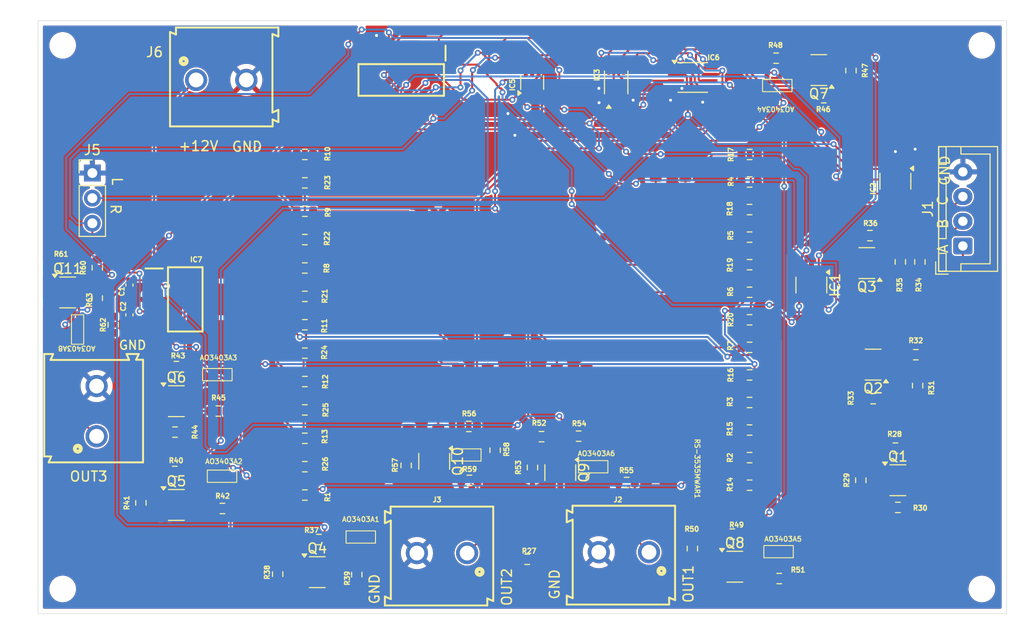
<source format=kicad_pcb>
(kicad_pcb (version 20240108) (generator "pcbnew") (generator_version "8.0")
  (layers (0 "F.Cu" signal) (31 "B.Cu" power) (34 "B.Paste" user) (35 "F.Paste" user) (36 "B.SilkS" user "B.Silkscreen") (37 "F.SilkS" user "F.Silkscreen") (38 "B.Mask" user) (39 "F.Mask" user) (44 "Edge.Cuts" user))
  (net 0 "")
  (net 1 "BLUE_O")
  (net 2 "5V")
  (net 3 "Net-(AO3403A1-G)")
  (net 4 "RED_O")
  (net 5 "Net-(AO3403A2-G)")
  (net 6 "GREEN1_O")
  (net 7 "Net-(AO3403A3-G)")
  (net 8 "Net-(AO3403A4-G)")
  (net 9 "GREEN2_O")
  (net 10 "Net-(AO3403A5-G)")
  (net 11 "GREEN3_O")
  (net 12 "12V")
  (net 13 "GND")
  (net 14 "A")
  (net 15 "B")
  (net 16 "A_NOT")
  (net 17 "B_NOT")
  (net 18 "JS_NOT")
  (net 19 "C")
  (net 20 "JS")
  (net 21 "C_NOT")
  (net 22 "GREEN1_IN")
  (net 23 "GREEN2")
  (net 24 "GREEN2_IN")
  (net 25 "GREEN3_IN")
  (net 26 "GREEN1")
  (net 27 "GREEN_IN")
  (net 28 "BLUE_IN")
  (net 29 "RED_IN")
  (net 30 "B_IN")
  (net 31 "C_IN")
  (net 32 "A_IN")
  (net 33 "Net-(Q1-Pad1)")
  (net 34 "Net-(Q2-Pad1)")
  (net 35 "Net-(Q3-Pad1)")
  (net 36 "Net-(Q4-Pad1)")
  (net 37 "Net-(Q5-Pad1)")
  (net 38 "Net-(Q6-Pad1)")
  (net 39 "Net-(Q7-Pad1)")
  (net 40 "Net-(Q8-Pad1)")
  (net 41 "Net-(RS-3535MWAR1-R+)")
  (net 42 "Net-(RS-3535MWAR2-R+)")
  (net 43 "Net-(RS-3535MWAR3-R+)")
  (net 44 "Net-(RS-3535MWAR4-R+)")
  (net 45 "Net-(RS-3535MWAR5-R+)")
  (net 46 "Net-(RS-3535MWAR6-R+)")
  (net 47 "Net-(RS-3535MWAR13-R+)")
  (net 48 "Net-(RS-3535MWAR7-R+)")
  (net 49 "Net-(RS-3535MWAR8-R+)")
  (net 50 "Net-(RS-3535MWAR9-R+)")
  (net 51 "Net-(RS-3535MWAR10-R+)")
  (net 52 "Net-(RS-3535MWAR11-R+)")
  (net 53 "Net-(RS-3535MWAR12-R+)")
  (net 54 "Net-(RS-3535MWAR1-G+)")
  (net 55 "Net-(RS-3535MWAR2-G+)")
  (net 56 "Net-(RS-3535MWAR3-G+)")
  (net 57 "Net-(RS-3535MWAR4-G+)")
  (net 58 "Net-(RS-3535MWAR5-G+)")
  (net 59 "Net-(RS-3535MWAR6-G+)")
  (net 60 "Net-(RS-3535MWAR13-G+)")
  (net 61 "Net-(RS-3535MWAR7-G+)")
  (net 62 "Net-(RS-3535MWAR8-G+)")
  (net 63 "Net-(RS-3535MWAR9-G+)")
  (net 64 "Net-(RS-3535MWAR10-G+)")
  (net 65 "Net-(RS-3535MWAR11-G+)")
  (net 66 "Net-(RS-3535MWAR12-G+)")
  (net 67 "Net-(RS-3535MWAR14-B+)")
  (net 83 "Net-(AO3403A6-G)")
  (net 84 "OUT1")
  (net 85 "Net-(AO3403A7-G)")
  (net 86 "OUT2")
  (net 87 "Net-(AO3403A8-G)")
  (net 88 "OUT3")
  (net 89 "Net-(Q9-Pad1)")
  (net 90 "Net-(Q10-Pad1)")
  (net 91 "Net-(Q11-Pad1)")
  (footprint "Resistor_SMD:R_0603_1608Metric" (layer "F.Cu") (at 125 86.410264)
    (property "Reference" "R23")
    (property "Value" "82R")
  )
  (footprint "MOSFET_CONTROLLER_LIB:AO3403A" (layer "F.Cu") (at 172.9825 123.115)
    (property "Reference" "AO3403A5")
    (property "Value" "~")
  )
  (footprint "Resistor_SMD:R_0603_1608Metric" (layer "F.Cu") (at 181.25 116.5 90)
    (property "Reference" "R29")
    (property "Value" "10k")
  )
  (footprint "Resistor_SMD:R_0603_1608Metric" (layer "F.Cu") (at 187.23 94.41 -90)
    (property "Reference" "R34")
    (property "Value" "10")
  )
  (footprint "MOSFET_CONTROLLER_LIB:AO3403A" (layer "F.Cu") (at 141.2875 114.555 180)
    (property "Reference" "AO3403A7" (hide yes))
    (property "Value" "~")
  )
  (footprint "MountingHole:MountingHole_2.2mm_M2" (layer "F.Cu") (at 193.5 127.5)
    (property "Reference" "H3" (hide yes))
    (property "Value" "MountingHole" (hide yes))
  )
  (footprint "Resistor_SMD:R_0603_1608Metric" (layer "F.Cu") (at 147.5 124.5 180)
    (property "Reference" "R27")
    (property "Value" "82R")
  )
  (footprint "Resistor_SMD:R_0603_1608Metric" (layer "F.Cu") (at 112 105 180)
    (property "Reference" "R43")
    (property "Value" "10")
  )
  (footprint "Package_TO_SOT_SMD:SOT-23-3" (layer "F.Cu") (at 168.5 125.25)
    (property "Reference" "Q8")
    (property "Value" "AO3400A")
  )
  (footprint "Resistor_SMD:R_0603_1608Metric" (layer "F.Cu") (at 182.175 91.75)
    (property "Reference" "R36")
    (property "Value" "10k")
  )
  (footprint "Resistor_SMD:R_0603_1608Metric" (layer "F.Cu") (at 172.68 73.8 180)
    (property "Reference" "R48")
    (property "Value" "10k")
  )
  (footprint "Resistor_SMD:R_0603_1608Metric" (layer "F.Cu") (at 170 117 180)
    (property "Reference" "R14")
    (property "Value" "82R")
  )
  (footprint "Resistor_SMD:R_0603_1608Metric" (layer "F.Cu") (at 184.75 113.25 180)
    (property "Reference" "R28")
    (property "Value" "10")
  )
  (footprint "MOSFET_CONTROLLER_LIB:AO3403A" (layer "F.Cu") (at 130.7125 121.635)
    (property "Reference" "AO3403A1")
    (property "Value" "~")
  )
  (footprint "Resistor_SMD:R_0603_1608Metric" (layer "F.Cu") (at 125 106.512822)
    (property "Reference" "R12")
    (property "Value" "100R")
  )
  (footprint "Resistor_SMD:R_0603_1608Metric" (layer "F.Cu") (at 104 98.075 -90)
    (property "Reference" "R63")
    (property "Value" "100R")
  )
  (footprint "MOSFET_CONTROLLER_LIB:691216510002S" (layer "F.Cu") (at 103.93 109.51 90)
    (property "Reference" "J4" (hide yes))
    (property "Value" "691216510002S")
  )
  (footprint "MOSFET_CONTROLLER_LIB:RS-3535MWAR" (layer "F.Cu") (at 152 95.25 180)
    (property "Reference" "RS-3535MWAR6" (hide yes))
    (property "Value" "~")
  )
  (footprint "Resistor_SMD:R_0603_1608Metric" (layer "F.Cu") (at 148.95 112.09 180)
    (property "Reference" "R52")
    (property "Value" "10")
  )
  (footprint "Resistor_SMD:R_0603_1608Metric" (layer "F.Cu") (at 144.25 113.46 90)
    (property "Reference" "R58")
    (property "Value" "10k")
  )
  (footprint "Resistor_SMD:R_0603_1608Metric" (layer "F.Cu") (at 185.25 94.41 -90)
    (property "Reference" "R35")
    (property "Value" "10k")
  )
  (footprint "MOSFET_CONTROLLER_LIB:RS-3535MWAR" (layer "F.Cu") (at 162 86 180)
    (property "Reference" "RS-3535MWAR4" (hide yes))
    (property "Value" "~")
  )
  (footprint "MOSFET_CONTROLLER_LIB:RS-3535MWAR" (layer "F.Cu") (at 152 105 180)
    (property "Reference" "RS-3535MWAR3" (hide yes))
    (property "Value" "~")
  )
  (footprint "Package_TO_SOT_SMD:SOT-363_SC-70-6" (layer "F.Cu") (at 148 76.25 90)
    (property "Reference" "IC5")
    (property "Value" "NL17SZ11DBVT1G")
  )
  (footprint "MOSFET_CONTROLLER_LIB:RS-3535MWAR" (layer "F.Cu") (at 157 90.7 180)
    (property "Reference" "RS-3535MWAR5" (hide yes))
    (property "Value" "~")
  )
  (footprint "Resistor_SMD:R_0603_1608Metric" (layer "F.Cu") (at 130.255 126.05 -90)
    (property "Reference" "R39")
    (property "Value" "10k")
  )
  (footprint "Resistor_SMD:R_0603_1608Metric" (layer "F.Cu") (at 116.66 119.36)
    (property "Reference" "R42")
    (property "Value" "10k")
  )
  (footprint "Resistor_SMD:R_0603_1608Metric" (layer "F.Cu") (at 182.5 108.25)
    (property "Reference" "R33")
    (property "Value" "10k")
  )
  (footprint "Resistor_SMD:R_0603_1608Metric" (layer "F.Cu") (at 172.995 126.45)
    (property "Reference" "R51")
    (property "Value" "10k")
  )
  (footprint "Resistor_SMD:R_0603_1608Metric" (layer "F.Cu") (at 170 105.84615 180)
    (property "Reference" "R16")
    (property "Value" "82R")
  )
  (footprint "MOSFET_CONTROLLER_LIB:RS-3535MWAR" (layer "F.Cu") (at 157 110 180)
    (property "Reference" "RS-3535MWAR2" (hide yes))
    (property "Value" "~")
  )
  (footprint "Resistor_SMD:R_0603_1608Metric" (layer "F.Cu") (at 170 89.11539 180)
    (property "Reference" "R18")
    (property "Value" "82R")
  )
  (footprint "Resistor_SMD:R_0603_1608Metric" (layer "F.Cu") (at 125 92.153852)
    (property "Reference" "R22")
    (property "Value" "82R")
  )
  (footprint "Resistor_SMD:R_0603_1608Metric" (layer "F.Cu") (at 148.03 115.21 90)
    (property "Reference" "R53")
    (property "Value" "10k")
  )
  (footprint "MOSFET_CONTROLLER_LIB:AO3403A" (layer "F.Cu") (at 154.1175 115.745 180)
    (property "Reference" "AO3403A6")
    (property "Value" "~")
  )
  (footprint "Resistor_SMD:R_0603_1608Metric" (layer "F.Cu") (at 187 106.925 90)
    (property "Reference" "R31")
    (property "Value" "10")
  )
  (footprint "Resistor_SMD:R_0603_1608Metric" (layer "F.Cu") (at 170 114.21153 180)
    (property "Reference" "R2")
    (property "Value" "100R")
  )
  (footprint "Resistor_SMD:R_0603_1608Metric" (layer "F.Cu") (at 125 100.769234)
    (property "Reference" "R11")
    (property "Value" "100R")
  )
  (footprint "MOSFET_CONTROLLER_LIB:691216510002S" (layer "F.Cu") (at 116.54 76)
    (property "Reference" "J6")
    (property "Value" "691216510002S" (hide yes))
  )
  (footprint "Package_TO_SOT_SMD:SOT-23-3" (layer "F.Cu") (at 177 75 180)
    (property "Reference" "Q7")
    (property "Value" "AO3400A")
  )
  (footprint "Resistor_SMD:R_0603_1608Metric" (layer "F.Cu") (at 177.505 77.8)
    (property "Reference" "R46")
    (property "Value" "10")
  )
  (footprint "Resistor_SMD:R_0603_1608Metric" (layer "F.Cu") (at 170 83.53847 180)
    (property "Reference" "R17")
    (property "Value" "82R")
  )
  (footprint "Resistor_SMD:R_0603_1608Metric" (layer "F.Cu") (at 125 109.384616)
    (property "Reference" "R25")
    (property "Value" "82R")
  )
  (footprint "MOSFET_CONTROLLER_LIB:RS-3535MWAR" (layer "F.Cu") (at 137 110)
    (property "Reference" "RS-3535MWAR11" (hide yes))
    (property "Value" "~")
  )
  (footprint "Resistor_SMD:R_0603_1608Metric" (layer "F.Cu") (at 126.43 122.5 180)
    (property "Reference" "R37")
    (property "Value" "10")
  )
  (footprint "MountingHole:MountingHole_2.2mm_M2" (layer "F.Cu") (at 100.5 72.5)
    (property "Reference" "H2" (hide yes))
    (property "Value" "MountingHole" (hide yes))
  )
  (footprint "Package_TO_SOT_SMD:SOT-23-3" (layer "F.Cu") (at 185 116.5)
    (property "Reference" "Q1")
    (property "Value" "AO3400A")
  )
  (footprint "Resistor_SMD:R_0603_1608Metric" (layer "F.Cu") (at 170 94.69231 180)
    (property "Reference" "R19")
    (property "Value" "82R")
  )
  (footprint "Capacitor_SMD:C_0402_1005Metric" (layer "F.Cu") (at 107.25 99.77 90)
    (property "Reference" "C2")
    (property "Value" "0.1u")
  )
  (footprint "Resistor_SMD:R_0603_1608Metric" (layer "F.Cu") (at 168.245 121.95 180)
    (property "Reference" "R49")
    (property "Value" "10")
  )
  (footprint "Resistor_SMD:R_0603_1608Metric" (layer "F.Cu") (at 152.7 112.04 180)
    (property "Reference" "R54")
    (property "Value" "10k")
  )
  (footprint "Resistor_SMD:R_0603_1608Metric" (layer "F.Cu") (at 125 83.53847)
    (property "Reference" "R10")
    (property "Value" "100R")
  )
  (footprint "Capacitor_SMD:C_0402_1005Metric" (layer "F.Cu") (at 107.25 96.75 -90)
    (property "Reference" "C1")
    (property "Value" "0.22u")
  )
  (footprint "Connector_PinHeader_2.54mm:PinHeader_1x03_P2.54mm_Vertical" (layer "F.Cu") (at 103.5 85.42)
    (property "Reference" "J5")
    (property "Value" "Conn_01x03_Pin")
  )
  (footprint "Package_SO:SSOP-8_2.95x2.8mm_P0.65mm" (layer "F.Cu") (at 164.25 75.75)
    (property "Reference" "IC6")
    (property "Value" "TC7W08FU")
  )
  (footprint "MOSFET_CONTROLLER_LIB:AO3403A" (layer "F.Cu") (at 116.2025 105.205)
    (property "Reference" "AO3403A3")
    (property "Value" "~")
  )
  (footprint "MOSFET_CONTROLLER_LIB:SOT230P700X180-4N" (layer "F.Cu") (at 112.9 98.2)
    (property "Reference" "IC7")
    (property "Value" "LM7805MPX_NOPB" (hide yes))
  )
  (footprint "MOSFET_CONTROLLER_LIB:RS-3535MWAR" (layer "F.Cu") (at 147 100 180)
    (property "Reference" "RS-3535MWAR13" (hide yes))
    (property "Value" "~")
  )
  (footprint "Resistor_SMD:R_0603_1608Metric" (layer "F.Cu") (at 125 115.128204)
    (property "Reference" "R26")
    (property "Value" "82R")
  )
  (footprint "Resistor_SMD:R_0603_1608Metric" (layer "F.Cu") (at 164.21 123.41 90)
    (property "Reference" "R50")
    (property "Value" "10k")
  )
  (footprint "Resistor_SMD:R_0603_1608Metric" (layer "F.Cu") (at 170 108.63461 180)
    (property "Reference" "R3")
    (property "Value" "100R")
  )
  (footprint "Package_TO_SOT_SMD:SOT-23-6" (layer "F.Cu") (at 176.25 96.75 -90)
    (property "Reference" "IC1")
    (property "Value" "SN74LVC2G04DBVR")
  )
  (footprint "MountingHole:MountingHole_2.2mm_M2" (layer "F.Cu") (at 193.5 72.5)
    (property "Reference" "H1" (hide yes))
    (property "Value" "MountingHole" (hide yes))
  )
  (footprint "Resistor_SMD:R_0603_1608Metric" (layer "F.Cu") (at 157.56 116.73)
    (property "Reference" "R55")
    (property "Value" "100R")
  )
  (footprint "Package_TO_SOT_SMD:SOT-23-3" (layer "F.Cu") (at 112 119)
    (property "Reference" "Q5")
    (property "Value" "AO3400A")
  )
  (footprint "Resistor_SMD:R_0603_1608Metric" (layer "F.Cu") (at 170 100.26923 180)
    (property "Reference" "R20")
    (property "Value" "82R")
  )
  (footprint "Resistor_SMD:R_0603_1608Metric" (layer "F.Cu") (at 111.86 111.63 180)
    (property "Reference" "R44")
    (property "Value" "10k")
  )
  (footprint "Package_TO_SOT_SMD:SOT-23-3" (layer "F.Cu") (at 126.255 125.8)
    (property "Reference" "Q4")
    (property "Value" "AO3400A")
  )
  (footprint "Resistor_SMD:R_0603_1608Metric" (layer "F.Cu") (at 125 89.282058)
    (property "Reference" "R9")
    (property "Value" "100R")
  )
  (footprint "Resistor_SMD:R_0603_1608Metric" (layer "F.Cu") (at 186.82 103.8)
    (property "Reference" "R32")
    (property "Value" "10k")
  )
  (footprint "Resistor_SMD:R_0603_1608Metric" (layer "F.Cu") (at 100.34 95.05)
    (property "Reference" "R61")
    (property "Value" "10k")
  )
  (footprint "MOSFET_CONTROLLER_LIB:RS-3535MWAR" (layer "F.Cu") (at 162 115 180)
    (property "Reference" "RS-3535MWAR1")
    (property "Value" "~")
  )
  (footprint "MOSFET_CONTROLLER_LIB:AO3403A" (layer "F.Cu") (at 172.7475 77.175 180)
    (property "Reference" "AO3403A4")
    (property "Value" "~")
  )
  (footprint "MOSFET_CONTROLLER_LIB:691216510002S" (layer "F.Cu") (at 138.88 123.87 180)
    (property "Reference" "J3")
    (property "Value" "691216510002S")
  )
  (footprint "MOSFET_CONTROLLER_LIB:RS-3535MWAR" (layer "F.Cu") (at 137 90.7)
    (property "Reference" "RS-3535MWAR8" (hide yes))
    (property "Value" "~")
  )
  (footprint "Package_TO_SOT_SMD:SOT-23-3" (layer "F.Cu") (at 138.0875 114.585 -90)
    (property "Reference" "Q10")
    (property "Value" "AO3400A")
  )
  (footprint "Resistor_SMD:R_0603_1608Metric" (layer "F.Cu") (at 122.25 126 90)
    (property "Reference" "R38")
    (property "Value" "10k")
  )
  (footprint "Package_TO_SOT_SMD:SOT-23-3" (layer "F.Cu") (at 181.86 94.53 180)
    (property "Reference" "Q3")
    (property "Value" "AO3400A")
  )
  (footprint "Resistor_SMD:R_0603_1608Metric" (layer "F.Cu") (at 125 112.25641)
    (property "Reference" "R13")
    (property "Value" "100R")
  )
  (footprint "MOSFET_CONTROLLER_LIB:RS-3535MWAR" (layer "F.Cu") (at 142 95.25)
    (property "Reference" "RS-3535MWAR7" (hide yes))
    (property "Value" "~")
  )
  (footprint "MOSFET_CONTROLLER_LIB:AO3403A" (layer "F.Cu") (at 101.395 101.1975 90)
    (property "Reference" "AO3403A8")
    (property "Value" "~")
  )
  (footprint "Resistor_SMD:R_0603_1608Metric" (layer "F.Cu") (at 180.255 75.05 -90)
    (property "Reference" "R47")
    (property "Value" "10k")
  )
  (footprint "Package_SO:VSSOP-8_2.3x2mm_P0.5mm" (layer "F.Cu") (at 156.5 76.25 90)
    (property "Reference" "IC3")
    (property "Value" "SN74LVC2G32DCURG4")
  )
  (footprint "MOSFET_CONTROLLER_LIB:SOIC127P600X175-14N - IC4" (layer "F.Cu") (at 134.75 76 -90)
    (property "Reference" "IC4" (hide yes))
    (property "Value" "74HCT11PW,118" (hide yes))
  )
  (footprint "Package_TO_SOT_SMD:SOT-23-3" (layer "F.Cu") (at 182.495 104.8 180)
    (property "Reference" "Q2")
    (property "Value" "AO3400A")
  )
  (footprint "MOSFET_CONTROLLER_LIB:RS-3535MWAR" (layer "F.Cu") (at 147.5 121)
    (property "Reference" "RS-3535MWAR14" (hide yes))
    (property "Value" "~")
  )
  (footprint "Package_TO_SOT_SMD:SOT-23-3" (layer "F.Cu") (at 150.8475 115.725 -90)
    (property "Reference" "Q9")
    (property "Value" "AO3400A")
  )
  (footprint "Resistor_SMD:R_0603_1608Metric" (layer "F.Cu") (at 108.41 118.785 90)
    (property "Reference" "R41")
    (property "Value" "10k")
  )
  (footprint "Resistor_SMD:R_0603_1608Metric" (layer "F.Cu") (at 116.25 109.5)
    (property "Reference" "R45")
    (property "Value" "10k")
  )
  (footprint "Connector_JST:JST_XH_B4B-XH-A_1x04_P2.50mm_Vertical" (layer "F.Cu") (at 191.58 92.8 90)
    (property "Reference" "J1")
    (property "Value" "B4B-EH-A_LF__SN_")
  )
  (footprint "Resistor_SMD:R_0603_1608Metric" (layer "F.Cu") (at 135.25 115 90)
    (property "Reference" "R57")
    (property "Value" "10k")
  )
  (footprint "Resistor_SMD:R_0603_1608Metric" (layer "F.Cu") (at 125 97.89744)
    (property "Reference" "R21")
    (property "Value" "82R")
  )
  (footprint "MOSFET_CONTROLLER_LIB:691216510002S" (layer "F.Cu") (at 157.28 123.78 180)
    (property "Reference" "J2")
    (property "Value" "691216510002S")
  )
  (footprint "MOSFET_CONTROLLER_LIB:RS-3535MWAR" (layer "F.Cu") (at 132 115)
    (property "Reference" "RS-3535MWAR12" (hide yes))
    (property "Value" "~")
  )
  (footprint "Resistor_SMD:R_0603_1608Metric" (layer "F.Cu") (at 170 91.90385 180)
    (property "Reference" "R5")
    (property "Value" "100R")
  )
  (footprint "Resistor_SMD:R_0603_1608Metric" (layer "F.Cu") (at 125 118)
    (property "Reference" "R1")
    (property "Value" "100R")
  )
  (footprint "Resistor_SMD:R_0603_1608Metric" (layer "F.Cu") (at 170 111.42307 180)
    (property "Reference" "R15")
    (property "Value" "82R")
  )
  (footprint "MountingHole:MountingHole_2.2mm_M2" (layer "F.Cu") (at 100.5 127.5)
    (property "Reference" "H4" (hide yes))
    (property "Value" "MountingHole" (hide yes))
  )
  (footprint "Resistor_SMD:R_0603_1608Metric" (layer "F.Cu") (at 170 86.32693 180)
    (property "Reference" "R4")
    (property "Value" "100R")
  )
  (footprint "Package_TO_SOT_SMD:SOT-23-3" (layer "F.Cu") (at 101 97.5)
    (property "Reference" "Q11")
    (property "Value" "AO3400A")
  )
  (footprint "Resistor_SMD:R_0603_1608Metric" (layer "F.Cu") (at 141.59 111.06 180)
    (property "Reference" "R56")
    (property "Value" "10")
  )
  (footprint "Resistor_SMD:R_0603_1608Metric" (layer "F.Cu") (at 104 95 90)
    (property "Reference" "R60")
    (property "Value" "10")
  )
  (footprint "Package_TO_SOT_SMD:SOT-23-3" (layer "F.Cu") (at 112 108.5)
    (property "Reference" "Q6")
    (property "Value" "AO3400A")
  )
  (footprint "Resistor_SMD:R_0603_1608Metric" (layer "F.Cu") (at 185 119.25 180)
    (property "Reference" "R30")
    (property "Value" "10k")
  )
  (footprint "Resistor_SMD:R_0603_1608Metric" (layer "F.Cu") (at 111.835 115.61 180)
    (property "Reference" "R40")
    (property "Value" "10")
  )
  (footprint "Resistor_SMD:R_0603_1608Metric" (layer "F.Cu") (at 125 103.641028)
    (property "Reference" "R24")
    (property "Value" "82R")
  )
  (footprint "MOSFET_CONTROLLER_LIB:AO3403A" (layer "F.Cu") (at 116.6725 115.485)
    (property "Reference" "AO3403A2")
    (property "Value" "~")
  )
  (footprint "Package_TO_SOT_SMD:SOT-23-6" (layer "F.Cu") (at 184.75 86.25 -90)
    (property "Reference" "IC2")
    (property "Value" "SN74LVC2G04DBVR")
  )
  (footprint "Resistor_SMD:R_0603_1608Metric" (layer "F.Cu") (at 141.65 116.51)
    (property "Reference" "R59")
    (property "Value" "100R")
  )
  (footprint "Resistor_SMD:R_0603_1608Metric" (layer "F.Cu") (at 170 103.05769 180)
    (property "Reference" "R7")
    (property "Value" "100R")
  )
  (footprint "MOSFET_CONTROLLER_LIB:RS-3535MWAR" (layer "F.Cu") (at 132 86)
    (property "Reference" "RS-3535MWAR9" (hide yes))
    (property "Value" "~")
  )
  (footprint "Resistor_SMD:R_0603_1608Metric" (layer "F.Cu") (at 170 97.48077 180)
    (property "Reference" "R6")
    (property "Value" "100R")
  )
  (footprint "MOSFET_CONTROLLER_LIB:RS-3535MWAR" (layer "F.Cu") (at 142 105)
    (property "Reference" "RS-3535MWAR10" (hide yes))
    (property "Value" "~")
  )
  (footprint "Resistor_SMD:R_0603_1608Metric" (layer "F.Cu") (at 125 95.025646)
    (property "Reference" "R8")
    (property "Value" "100R")
  )
  (footprint "Resistor_SMD:R_0603_1608Metric" (layer "F.Cu") (at 105.61 100.77 90)
    (property "Reference" "R62")
    (property "Value" "10k")
  )
  (gr_line (start 98 130) (end 196 130) (stroke (width 0.05)) (layer "Edge.Cuts"))
  (gr_line (start 98 130) (end 98 70) (stroke (width 0.05)) (layer "Edge.Cuts"))
  (gr_line (start 196 130) (end 196 70) (stroke (width 0.05)) (layer "Edge.Cuts"))
  (gr_line (start 98 70) (end 196 70) (stroke (width 0.05)) (layer "Edge.Cuts"))
  (gr_text "GND" (at 189.75 85.16 90) (layer "F.SilkS") (effects (font (size 1 1))))
  (gr_text "L" (at 106 86.25 -90) (layer "F.SilkS") (effects (font (size 1 1))))
  (gr_text "GND" (at 150.27 127.03 90) (layer "F.SilkS") (effects (font (size 1 1))))
  (gr_text "R" (at 105.85 89.07 -90) (layer "F.SilkS") (effects (font (size 1 1))))
  (gr_text "+12V" (at 114.24 82.69 0) (layer "F.SilkS") (effects (font (size 1 1))))
  (gr_text "OUT1" (at 163.81 126.99 90) (layer "F.SilkS") (effects (font (size 1 1))))
  (gr_text "GND" (at 132.05 127.51 90) (layer "F.SilkS") (effects (font (size 1 1))))
  (gr_text "OUT2" (at 145.44 127.3 90) (layer "F.SilkS") (effects (font (size 1 1))))
  (gr_text "OUT3" (at 103.13 116.12 0) (layer "F.SilkS") (effects (font (size 1 1))))
  (gr_text "B" (at 189.57 90.55 90) (layer "F.SilkS") (effects (font (size 1 1))))
  (gr_text "GND" (at 107.57 102.84 0) (layer "F.SilkS") (effects (font (size 0.9 0.9))))
  (gr_text "GND" (at 119.16 82.75 0) (layer "F.SilkS") (effects (font (size 1 1))))
  (gr_text "C" (at 189.55 88.2 90) (layer "F.SilkS") (effects (font (size 1 1))))
  (gr_text "A" (at 189.57 93.08 90) (layer "F.SilkS") (effects (font (size 1 1))))
  (segment (start 134.805 126) (end 146.825 126) (width 0.2) (layer "F.Cu") (net 1))
  (segment (start 134.805 125.3775) (end 130.7225 121.295) (width 0.2) (layer "F.Cu") (net 1))
  (segment (start 134.805 126) (end 134.805 125.3775) (width 0.2) (layer "F.Cu") (net 1))
  (segment (start 146.825 126) (end 148.325 124.5) (width 0.2) (layer "F.Cu") (net 1))
  (segment (start 183.325 108.25) (end 183.325 109.175) (width 0.2) (layer "F.Cu") (net 2))
  (segment (start 183 91.75) (end 184.75 90) (width 0.2) (layer "F.Cu") (net 2))
  (segment (start 184.75 90) (end 184.75 87.5) (width 0.2) (layer "F.Cu") (net 2))
  (segment (start 174 93.75) (end 174 99.25) (width 0.2) (layer "F.Cu") (net 2))
  (segment (start 117.075 109.5) (end 117.075 107) (width 0.2) (layer "F.Cu") (net 2))
  (segment (start 173.82 124.95) (end 174.045 124.725) (width 0.2) (layer "F.Cu") (net 2))
  (segment (start 118.5 110.925) (end 118.5 116.5) (width 0.2) (layer "F.Cu") (net 2))
  (segment (start 165.95 74.775) (end 165.95 74.576472) (width 0.2) (layer "F.Cu") (net 2))
  (segment (start 147.575 73.75) (end 148 74.175) (width 0.2) (layer "F.Cu") (net 2))
  (segment (start 115.9 106.01) (end 114 104.11) (width 0.2) (layer "F.Cu") (net 2))
  (segment (start 171.855 73.8) (end 170.305 72.25) (width 0.2) (layer "F.Cu") (net 2))
  (segment (start 184.75 88.05) (end 184.4 88.4) (width 0.2) (layer "F.Cu") (net 2))
  (segment (start 176.25 98.8) (end 176.25 98) (width 0.2) (layer "F.Cu") (net 2))
  (segment (start 117.485 119.36) (end 117.485 117.36) (width 0.2) (layer "F.Cu") (net 2))
  (segment (start 150.25 73.5) (end 148.675 73.5) (width 0.2) (layer "F.Cu") (net 2))
  (segment (start 184.75 87.5) (end 184.75 88.05) (width 0.2) (layer "F.Cu") (net 2))
  (segment (start 183.325 108.25) (end 182.55 109.025) (width 0.2) (layer "F.Cu") (net 2))
  (segment (start 141.924265 75.075735) (end 142 75) (width 0.2) (layer "F.Cu") (net 2))
  (segment (start 130.43 127.05) (end 130.255 126.875) (width 0.2) (layer "F.Cu") (net 2))
  (segment (start 171.705 75.525) (end 171.705 73.95) (width 0.2) (layer "F.Cu") (net 2))
  (segment (start 163.275 74.05) (end 160.3 74.05) (width 0.2) (layer "F.Cu") (net 2))
  (segment (start 103.5 92.54) (end 103.5 90.5) (width 0.2) (layer "F.Cu") (net 2))
  (segment (start 117.865 117.135) (end 117.71 117.135) (width 0.2) (layer "F.Cu") (net 2))
  (segment (start 112 103) (end 109.75 100.75) (width 0.2) (layer "F.Cu") (net 2))
  (segment (start 179.35 88.4) (end 174 93.75) (width 0.2) (layer "F.Cu") (net 2))
  (segment (start 130.255 126.875) (end 131.7 125.43) (width 0.2) (layer "F.Cu") (net 2))
  (segment (start 171.98 75.25) (end 171.705 75.525) (width 0.2) (layer "F.Cu") (net 2))
  (segment (start 155 73.25) (end 155 74.175) (width 0.2) (layer "F.Cu") (net 2))
  (segment (start 141.924265 77.075735) (end 141.924265 75.075735) (width 0.2) (layer "F.Cu") (net 2))
  (segment (start 121 128.25) (end 129.5 128.25) (width 0.2) (layer "F.Cu") (net 2))
  (segment (start 117.485 124.735) (end 121 128.25) (width 0.2) (layer "F.Cu") (net 2))
  (segment (start 107.25 100.25) (end 109.5 100.25) (width 0.2) (layer "F.Cu") (net 2))
  (segment (start 148 75.3) (end 148 74.175) (width 0.2) (layer "F.Cu") (net 2))
  (segment (start 117.485 117.36) (end 117.71 117.135) (width 0.2) (layer "F.Cu") (net 2))
  (segment (start 155.75 74.675) (end 155.5 74.675) (width 0.2) (layer "F.Cu") (net 2))
  (segment (start 182.55 109.025) (end 181.262352 109.025) (width 0.2) (layer "F.Cu") (net 2))
  (segment (start 144.25 73.75) (end 147.575 73.75) (width 0.2) (layer "F.Cu") (net 2))
  (segment (start 130.255 127.495) (end 130.255 126.875) (width 0.2) (layer "F.Cu") (net 2))
  (segment (start 163.125 73.9) (end 163.275 74.05) (width 0.2) (layer "F.Cu") (net 2))
  (segment (start 108.17 95.49) (end 108.264265 95.584265) (width 0.2) (layer "F.Cu") (net 2))
  (segment (start 156.75 72.25) (end 155.75 73.25) (width 0.2) (layer "F.Cu") (net 2))
  (segment (start 181 119.25) (end 184.175 119.25) (width 0.2) (layer "F.Cu") (net 2))
  (segment (start 176.25 104.012648) (end 176.25 98) (width 0.2) (layer "F.Cu") (net 2))
  (segment (start 184.4 88.4) (end 179.35 88.4) (width 0.2) (layer "F.Cu") (net 2))
  (segment (start 155.75 73.25) (end 155.75 74.675) (width 0.2) (layer "F.Cu") (net 2))
  (segment (start 106.45 95.49) (end 108.17 95.49) (width 0.2) (layer "F.Cu") (net 2))
  (segment (start 103.5 92.54) (end 106.45 95.49) (width 0.2) (layer "F.Cu") (net 2))
  (segment (start 116.535 106.01) (end 115.9 106.01) (width 0.2) (layer "F.Cu") (net 2))
  (segment (start 178.7 124.725) (end 184.175 119.25) (width 0.2) (layer "F.Cu") (net 2))
  (segment (start 179.75 118) (end 181 119.25) (width 0.2) (layer "F.Cu") (net 2))
  (segment (start 163 73.9) (end 163.125 73.9) (width 0.2) (layer "F.Cu") (net 2))
  (segment (start 179.35 88.4) (end 179.35 86.35) (width 0.2) (layer "F.Cu") (net 2))
  (segment (start 118.5 116.5) (end 117.865 117.135) (width 0.2) (layer "F.Cu") (net 2))
  (segment (start 138 79.272) (end 138.56 78.712) (width 0.2) (layer "F.Cu") (net 2))
  (segment (start 155.5 74.675) (end 151.425 74.675) (width 0.2) (layer "F.Cu") (net 2))
  (segment (start 131.7 125.43) (end 131.7 123.185) (width 0.2) (layer "F.Cu") (net 2))
  (segment (start 174 99.25) (end 174.25 99.5) (width 0.2) (layer "F.Cu") (net 2))
  (segment (start 165.95 74.576472) (end 165.273528 73.9) (width 0.2) (layer "F.Cu") (net 2))
  (segment (start 183.325 109.175) (end 179.75 112.75) (width 0.2) (layer "F.Cu") (net 2))
  (segment (start 109.5 100.25) (end 109.75 100.5) (width 0.2) (layer "F.Cu") (net 2))
  (segment (start 170.305 72.25) (end 156.75 72.25) (width 0.2) (layer "F.Cu") (net 2))
  (segment (start 173.82 126.45) (end 173.82 124.95) (width 0.2) (layer "F.Cu") (net 2))
  (segment (start 160.3 74.05) (end 160.25 74) (width 0.2) (layer "F.Cu") (net 2))
  (segment (start 117.075 109.5) (end 118.5 110.925) (width 0.2) (layer "F.Cu") (net 2))
  (segment (start 174.25 99.5) (end 175.55 99.5) (width 0.2) (layer "F.Cu") (net 2))
  (segment (start 138 79.9) (end 138 79.272) (width 0.2) (layer "F.Cu") (net 2))
  (segment (start 148.675 73.5) (end 148 74.175) (width 0.2) (layer "F.Cu") (net 2))
  (segment (start 174.045 124.725) (end 178.7 124.725) (width 0.2) (layer "F.Cu") (net 2))
  (segment (start 155 74.175) (end 155.5 74.675) (width 0.2) (layer "F.Cu") (net 2))
  (segment (start 117.3 106.775) (end 116.535 106.01) (width 0.2) (layer "F.Cu") (net 2))
  (segment (start 179.75 112.75) (end 179.75 118) (width 0.2) (layer "F.Cu") (net 2))
  (segment (start 151.425 74.675) (end 150.25 73.5) (width 0.2) (layer "F.Cu") (net 2))
  (segment (start 117.485 119.36) (end 117.485 124.735) (width 0.2) (layer "F.Cu") (net 2))
  (segment (start 172.5 75.25) (end 171.98 75.25) (width 0.2) (layer "F.Cu") (net 2))
  (segment (start 117.075 107) (end 117.3 106.775) (width 0.2) (layer "F.Cu") (net 2))
  (segment (start 181.262352 109.025) (end 176.25 104.012648) (width 0.2) (layer "F.Cu") (net 2))
  (segment (start 108.29 99.41) (end 108.66 99.41) (width 0.2) (layer "F.Cu") (net 2))
  (segment (start 179.35 86.35) (end 178.75 85.75) (width 0.2) (layer "F.Cu") (net 2))
  (segment (start 175.55 99.5) (end 176.25 98.8) (width 0.2) (layer "F.Cu") (net 2))
  (segment (start 114 104.11) (end 114 103) (width 0.2) (layer "F.Cu") (net 2))
  (segment (start 129.5 128.25) (end 130.255 127.495) (width 0.2) (layer "F.Cu") (net 2))
  (segment (start 171.705 73.95) (end 171.855 73.8) (width 0.2) (layer "F.Cu") (net 2))
  (segment (start 109.75 100.75) (end 109.75 100.5) (width 0.2) (layer "F.Cu") (net 2))
  (segment (start 108.66 99.41) (end 109.75 100.5) (width 0.2) (layer "F.Cu") (net 2))
  (via (at 138 79.9) (size 0.6) (drill 0.3) (layers "F.Cu" "B.Cu") (net 2))
  (via (at 165.273528 73.9) (size 0.6) (drill 0.3) (layers "F.Cu" "B.Cu") (net 2))
  (via (at 141.924265 77.075735) (size 0.6) (drill 0.3) (layers "F.Cu" "B.Cu") (net 2))
  (via (at 144.25 73.75) (size 0.6) (drill 0.3) (layers "F.Cu" "B.Cu") (net 2))
  (via (at 112 103) (size 0.6) (drill 0.3) (layers "F.Cu" "B.Cu") (net 2))
  (via (at 178.75 85.75) (size 0.6) (drill 0.3) (layers "F.Cu" "B.Cu") (net 2))
  (via (at 108.264265 95.584265) (size 0.6) (drill 0.3) (layers "F.Cu" "B.Cu") (net 2))
  (via (at 172.5 75.25) (size 0.6) (drill 0.3) (layers "F.Cu" "B.Cu") (net 2))
  (via (at 163 73.9) (size 0.6) (drill 0.3) (layers "F.Cu" "B.Cu") (net 2))
  (via (at 142 75) (size 0.6) (drill 0.3) (layers "F.Cu" "B.Cu") (net 2))
  (via (at 155 73.25) (size 0.6) (drill 0.3) (layers "F.Cu" "B.Cu") (net 2))
  (via (at 108.29 99.41) (size 0.6) (drill 0.3) (layers "F.Cu" "B.Cu") (net 2))
  (via (at 114 103) (size 0.6) (drill 0.3) (layers "F.Cu" "B.Cu") (net 2))
  (via (at 160.25 74) (size 0.6) (drill 0.3) (layers "F.Cu" "B.Cu") (net 2))
  (segment (start 102 90.5) (end 103.5 90.5) (width 0.2) (layer "B.Cu") (net 2))
  (segment (start 164.273528 72.9) (end 163.726471 72.9) (width 0.2) (layer "B.Cu") (net 2))
  (segment (start 160.25 74) (end 159.5 73.25) (width 0.2) (layer "B.Cu") (net 2))
  (segment (start 163 73.626471) (end 163 73.9) (width 0.2) (layer "B.Cu") (net 2))
  (segment (start 101.25 84) (end 101.25 89.75) (width 0.2) (layer "B.Cu") (net 2))
  (segment (start 138 79.9) (end 139.1 79.9) (width 0.2) (layer "B.Cu") (net 2))
  (segment (start 114 103) (end 112 103) (width 0.2) (layer "B.Cu") (net 2))
  (segment (start 143.25 73.75) (end 144.25 73.75) (width 0.2) (layer "B.Cu") (net 2))
  (segment (start 108.264265 95.584265) (end 108.29 95.61) (width 0.2) (layer "B.Cu") (net 2))
  (segment (start 159.5 73.25) (end 155 73.25) (width 0.2) (layer "B.Cu") (net 2))
  (segment (start 142 75) (end 143.25 73.75) (width 0.2) (layer "B.Cu") (net 2))
  (segment (start 102.25 83) (end 101.25 84) (width 0.2) (layer "B.Cu") (net 2))
  (segment (start 179.1 85.4) (end 179.1 81.85) (width 0.2) (layer "B.Cu") (net 2))
  (segment (start 178.75 85.75) (end 179.1 85.4) (width 0.2) (layer "B.Cu") (net 2))
  (segment (start 163.726471 72.9) (end 163 73.626471) (width 0.2) (layer "B.Cu") (net 2))
  (segment (start 138 79.9) (end 134.9 83) (width 0.2) (layer "B.Cu") (net 2))
  (segment (start 101.25 89.75) (end 102 90.5) (width 0.2) (layer "B.Cu") (net 2))
  (segment (start 165.273528 73.9) (end 164.273528 72.9) (width 0.2) (layer "B.Cu") (net 2))
  (segment (start 108.29 95.61) (end 108.29 99.41) (width 0.2) (layer "B.Cu") (net 2))
  (segment (start 179.1 81.85) (end 172.5 75.25) (width 0.2) (layer "B.Cu") (net 2))
  (segment (start 134.9 83) (end 102.25 83) (width 0.2) (layer "B.Cu") (net 2))
  (segment (start 139.1 79.9) (end 141.924265 77.075735) (width 0.2) (layer "B.Cu") (net 2))
  (segment (start 129.68 125.8) (end 130.255 125.225) (width 0.2) (layer "F.Cu") (net 3))
  (segment (start 130.43 125.05) (end 130.255 125.225) (width 0.2) (layer "F.Cu") (net 3))
  (segment (start 130.255 123.64) (end 129.8 123.185) (width 0.2) (layer "F.Cu") (net 3))
  (segment (start 130.255 125.225) (end 130.255 123.64) (width 0.2) (layer "F.Cu") (net 3))
  (segment (start 127.3925 125.8) (end 129.68 125.8) (width 0.2) (layer "F.Cu") (net 3))
  (segment (start 124.175 118) (end 122 115.825) (width 0.2) (layer "F.Cu") (net 4))
  (segment (start 124.175 106.512822) (end 122.25 104.587822) (width 0.2) (layer "F.Cu") (net 4))
  (segment (start 122.75 90.707058) (end 124.175 89.282058) (width 0.2) (layer "F.Cu") (net 4))
  (segment (start 170.125 98.625) (end 170.825 97.925) (width 0.2) (layer "F.Cu") (net 4))
  (segment (start 119.1 116) (end 121.1 118) (width 0.2) (layer "F.Cu") (net 4))
  (segment (start 122.25 101.75) (end 123.230766 100.769234) (width 0.2) (layer "F.Cu") (net 4))
  (segment (start 117.585 115.085) (end 117.75 115.25) (width 0.2) (layer "F.Cu") (net 4))
  (segment (start 121.1 118) (end 124.175 118) (width 0.2) (layer "F.Cu") (net 4))
  (segment (start 170.125 102.35769) (end 170.125 98.625) (width 0.2) (layer "F.Cu") (net 4))
  (segment (start 122.25 104.587822) (end 122.25 101.75) (width 0.2) (layer "F.Cu") (net 4))
  (segment (start 123.224354 95.025646) (end 124.175 95.025646) (width 0.2) (layer "F.Cu") (net 4))
  (segment (start 170.825 97.925) (end 170.825 97.48077) (width 0.2) (layer "F.Cu") (net 4))
  (segment (start 124.175 113.075) (end 124.175 112.25641) (width 0.2) (layer "F.Cu") (net 4))
  (segment (start 122.75 90.75) (end 122.75 90.707058) (width 0.2) (layer "F.Cu") (net 4))
  (segment (start 122.5 108.187822) (end 124.175 106.512822) (width 0.2) (layer "F.Cu") (net 4))
  (segment (start 170.825 108.63461) (end 170.825 108.175) (width 0.2) (layer "F.Cu") (net 4))
  (segment (start 124.175 101.675) (end 124.5 102) (width 0.2) (layer "F.Cu") (net 4))
  (segment (start 170.825 91.90385) (end 171.09615 91.90385) (width 0.2) (layer "F.Cu") (net 4))
  (segment (start 124.175 111.675) (end 122.5 110) (width 0.2) (layer "F.Cu") (net 4))
  (segment (start 116.66 115.085) (end 117.585 115.085) (width 0.2) (layer "F.Cu") (net 4))
  (segment (start 122 115.825) (end 122 115.25) (width 0.2) (layer "F.Cu") (net 4))
  (segment (start 172.5 90.5) (end 172.5 88.00193) (width 0.2) (layer "F.Cu") (net 4))
  (segment (start 124.175 100.769234) (end 122 98.594234) (width 0.2) (layer "F.Cu") (net 4))
  (segment (start 170.825 97.48077) (end 170.825 97.175) (width 0.2) (layer "F.Cu") (net 4))
  (segment (start 122 115.25) (end 124.175 113.075) (width 0.2) (layer "F.Cu") (net 4))
  (segment (start 122 96.25) (end 123.224354 95.025646) (width 0.2) (layer "F.Cu") (net 4))
  (segment (start 124.175 112.25641) (end 124.175 111.675) (width 0.2) (layer "F.Cu") (net 4))
  (segment (start 122 85.71347) (end 122 87.107058) (width 0.2) (layer "F.Cu") (net 4))
  (segment (start 171.525 109.33461) (end 170.825 108.63461) (width 0.2) (layer "F.Cu") (net 4))
  (segment (start 124.175 95.025646) (end 122.5 93.350646) (width 0.2) (layer "F.Cu") (net 4))
  (segment (start 171.525 113.03653) (end 171.525 109.33461) (width 0.2) (layer "F.Cu") (net 4))
  (segment (start 124.175 100.769234) (end 124.175 101.675) (width 0.2) (layer "F.Cu") (net 4))
  (segment (start 170.825 97.175) (end 172.25 95.75) (width 0.2) (layer "F.Cu") (net 4))
  (segment (start 122 98.594234) (end 122 96.25) (width 0.2) (layer "F.Cu") (net 4))
  (segment (start 170.05 103.83269) (end 170.825 103.05769) (width 0.2) (layer "F.Cu") (net 4))
  (segment (start 167.91731 103.83269) (end 170.05 103.83269) (width 0.2) (layer "F.Cu") (net 4))
  (segment (start 172.5 88.00193) (end 170.825 86.32693) (width 0.2) (layer "F.Cu") (net 4))
  (segment (start 170.825 103.05769) (end 170.125 102.35769) (width 0.2) (layer "F.Cu") (net 4))
  (segment (start 171.09615 91.90385) (end 172.5 90.5) (width 0.2) (layer "F.Cu") (net 4))
  (segment (start 122 87.107058) (end 124.175 89.282058) (width 0.2) (layer "F.Cu") (net 4))
  (segment (start 172.25 95.75) (end 172.25 93) (width 0.2) (layer "F.Cu") (net 4))
  (segment (start 172.25 93) (end 171.15385 91.90385) (width 0.2) (layer "F.Cu") (net 4))
  (segment (start 172 107) (end 172 104.23269) (width 0.2) (layer "F.Cu") (net 4))
  (segment (start 122.5 91) (end 122.75 90.75) (width 0.2) (layer "F.Cu") (net 4))
  (segment (start 123.230766 100.769234) (end 124.175 100.769234) (width 0.2) (layer "F.Cu") (net 4))
  (segment (start 122.5 110) (end 122.5 108.187822) (width 0.2) (layer "F.Cu") (net 4))
  (segment (start 170.825 114.21153) (end 170.825 113.73653) (width 0.2) (layer "F.Cu") (net 4))
  (segment (start 122.5 93.350646) (end 122.5 91) (width 0.2) (layer "F.Cu") (net 4))
  (segment (start 171.15385 91.90385) (end 170.825 91.90385) (width 0.2) (layer "F.Cu") (net 4))
  (segment (start 172 104.23269) (end 170.825 103.05769) (width 0.2) (layer "F.Cu") (net 4))
  (segment (start 124.175 83.53847) (end 122 85.71347) (width 0.2) (layer "F.Cu") (net 4))
  (segment (start 167.75 104) (end 167.91731 103.83269) (width 0.2) (layer "F.Cu") (net 4))
  (segment (start 170.825 108.175) (end 172 107) (width 0.2) (layer "F.Cu") (net 4))
  (segment (start 170.825 113.73653) (end 171.525 113.03653) (width 0.2) (layer "F.Cu") (net 4))
  (via (at 117.75 115.25) (size 0.6) (drill 0.3) (layers "F.Cu" "B.Cu") (net 4))
  (via (at 119.1 116) (size 0.6) (drill 0.3) (layers "F.Cu" "B.Cu") (net 4))
  (via (at 167.75 104) (size 0.6) (drill 0.3) (layers "F.Cu" "B.Cu") (net 4))
  (via (at 124.5 102) (size 0.6) (drill 0.3) (layers "F.Cu" "B.Cu") (net 4))
  (segment (start 118.35 115.25) (end 119.1 116) (width 0.2) (layer "B.Cu") (net 4))
  (segment (start 117.75 115.25) (end 118.35 115.25) (width 0.2) (layer "B.Cu") (net 4))
  (segment (start 124.5 102) (end 165.75 102) (width 0.2) (layer "B.Cu") (net 4))
  (segment (start 165.75 102) (end 167.75 104) (width 0.2) (layer "B.Cu") (net 4))
  (segment (start 113.4975 119.36) (end 113.1375 119) (width 0.2) (layer "F.Cu") (net 5))
  (segment (start 115.835 119.36) (end 113.4975 119.36) (width 0.2) (layer "F.Cu") (net 5))
  (segment (start 115.835 117.26) (end 115.71 117.135) (width 0.2) (layer "F.Cu") (net 5))
  (segment (start 115.835 119.36) (end 115.835 117.26) (width 0.2) (layer "F.Cu") (net 5))
  (segment (start 169.875 97.968418) (end 168.493418 99.35) (width 0.2) (layer "F.Cu") (net 6))
  (segment (start 170.825 111.42307) (end 170.125 110.72307) (width 0.2) (layer "F.Cu") (net 6))
  (segment (start 170.125 93.99231) (end 170.825 94.69231) (width 0.2) (layer "F.Cu") (net 6))
  (segment (start 170.125 106.54615) (end 170.825 105.84615) (width 0.2) (layer "F.Cu") (net 6))
  (segment (start 170.125 112.12307) (end 170.125 116.3) (width 0.2) (layer "F.Cu") (net 6))
  (segment (start 169.875 95.64231) (end 169.875 97.968418) (width 0.2) (layer "F.Cu") (net 6))
  (segment (start 168.493418 99.35) (end 167.5 99.35) (width 0.2) (layer "F.Cu") (net 6))
  (segment (start 170.125 89.81539) (end 170.125 93.99231) (width 0.2) (layer "F.Cu") (net 6))
  (segment (start 116.25 104.725) (end 120.975 104.725) (width 0.2) (layer "F.Cu") (net 6))
  (segment (start 170.125 84.23847) (end 170.825 83.53847) (width 0.2) (layer "F.Cu") (net 6))
  (segment (start 120.975 104.725) (end 121 104.75) (width 0.2) (layer "F.Cu") (net 6))
  (segment (start 170.825 89.11539) (end 170.125 88.41539) (width 0.2) (layer "F.Cu") (net 6))
  (segment (start 170.825 111.42307) (end 170.125 112.12307) (width 0.2) (layer "F.Cu") (net 6))
  (segment (start 170.125 88.41539) (end 170.125 84.23847) (width 0.2) (layer "F.Cu") (net 6))
  (segment (start 170.125 116.3) (end 170.825 117) (width 0.2) (layer "F.Cu") (net 6))
  (segment (start 170.125 110.72307) (end 170.125 106.54615) (width 0.2) (layer "F.Cu") (net 6))
  (segment (start 170.825 89.11539) (end 170.125 89.81539) (width 0.2) (layer "F.Cu") (net 6))
  (segment (start 170.825 94.69231) (end 169.875 95.64231) (width 0.2) (layer "F.Cu") (net 6))
  (segment (start 170.5 105.52115) (end 170.825 105.84615) (width 0.2) (layer "F.Cu") (net 6))
  (segment (start 170.5 104.75) (end 170.5 105.52115) (width 0.2) (layer "F.Cu") (net 6))
  (via (at 121 104.75) (size 0.6) (drill 0.3) (layers "F.Cu" "B.Cu") (net 6))
  (via (at 170.5 104.75) (size 0.6) (drill 0.3) (layers "F.Cu" "B.Cu") (net 6))
  (via (at 167.5 99.35) (size 0.6) (drill 0.3) (layers "F.Cu" "B.Cu") (net 6))
  (segment (start 170.5 104.75) (end 121 104.75) (width 0.2) (layer "B.Cu") (net 6))
  (segment (start 167.5 99.35) (end 167.5 101.75) (width 0.2) (layer "B.Cu") (net 6))
  (segment (start 167.5 101.75) (end 170.5 104.75) (width 0.2) (layer "B.Cu") (net 6))
  (segment (start 114.1375 109.5) (end 113.1375 108.5) (width 0.2) (layer "F.Cu") (net 7))
  (segment (start 114.8625 106.775) (end 115.3 106.775) (width 0.2) (layer "F.Cu") (net 7))
  (segment (start 113.1375 108.5) (end 114.8625 106.775) (width 0.2) (layer "F.Cu") (net 7))
  (segment (start 115.425 109.5) (end 114.1375 109.5) (width 0.2) (layer "F.Cu") (net 7))
  (segment (start 173.705 75.525) (end 173.705 74) (width 0.2) (layer "F.Cu") (net 8))
  (segment (start 175.8625 75) (end 174.23 75) (width 0.2) (layer "F.Cu") (net 8))
  (segment (start 174.23 75) (end 173.705 75.525) (width 0.2) (layer "F.Cu") (net 8))
  (segment (start 173.705 74) (end 173.505 73.8) (width 0.2) (layer "F.Cu") (net 8))
  (segment (start 173.424265 78.325735) (end 173.424265 78.244265) (width 0.2) (layer "F.Cu") (net 9))
  (segment (start 124.175 92.153852) (end 125 91.328852) (width 0.2) (layer "F.Cu") (net 9))
  (segment (start 125.125 102.691028) (end 125.125 98.84744) (width 0.2) (layer "F.Cu") (net 9))
  (segment (start 124.875 108.684616) (end 124.875 104.341028) (width 0.2) (layer "F.Cu") (net 9))
  (segment (start 124.175 92.675) (end 124.175 92.153852) (width 0.2) (layer "F.Cu") (net 9))
  (segment (start 125 87.235264) (end 124.175 86.410264) (width 0.2) (layer "F.Cu") (net 9))
  (segment (start 147.85 82.15) (end 169.6 82.15) (width 0.2) (layer "F.Cu") (net 9))
  (segment (start 124.875 114.428204) (end 124.875 110.084616) (width 0.2) (layer "F.Cu") (net 9))
  (segment (start 124.175 109.384616) (end 124.875 108.684616) (width 0.2) (layer "F.Cu") (net 9))
  (segment (start 124.875 110.084616) (end 124.175 109.384616) (width 0.2) (layer "F.Cu") (net 9))
  (segment (start 173.424265 78.244265) (end 172.755 77.575) (width 0.2) (layer "F.Cu") (net 9))
  (segment (start 125.125 98.84744) (end 124.175 97.89744) (width 0.2) (layer "F.Cu") (net 9))
  (segment (start 125 91.328852) (end 125 87.235264) (width 0.2) (layer "F.Cu") (net 9))
  (segment (start 124.875 104.341028) (end 124.175 103.641028) (width 0.2) (layer "F.Cu") (net 9))
  (segment (start 125.464736 87.7) (end 142.3 87.7) (width 0.2) (layer "F.Cu") (net 9))
  (segment (start 169.6 82.15) (end 171 80.75) (width 0.2) (layer "F.Cu") (net 9))
  (segment (start 124.175 97.89744) (end 125 97.07244) (width 0.2) (layer "F.Cu") (net 9))
  (segment (start 124.175 115.128204) (end 124.875 114.428204) (width 0.2) (layer "F.Cu") (net 9))
  (segment (start 125 87.235264) (end 125.464736 87.7) (width 0.2) (layer "F.Cu") (net 9))
  (segment (start 125 97.07244) (end 125 93.5) (width 0.2) (layer "F.Cu") (net 9))
  (segment (start 125 93.5) (end 124.175 92.675) (width 0.2) (layer "F.Cu") (net 9))
  (segment (start 124.175 103.641028) (end 125.125 102.691028) (width 0.2) (layer "F.Cu") (net 9))
  (segment (start 142.3 87.7) (end 147.85 82.15) (width 0.2) (layer "F.Cu") (net 9))
  (via (at 171 80.75) (size 0.6) (drill 0.3) (layers "F.Cu" "B.Cu") (net 9))
  (via (at 173.424265 78.325735) (size 0.6) (drill 0.3) (layers "F.Cu" "B.Cu") (net 9))
  (segment (start 171 80.75) (end 173.424265 78.325735) (width 0.2) (layer "B.Cu") (net 9))
  (segment (start 172.045 126.325) (end 172.17 126.45) (width 0.2) (layer "F.Cu") (net 10))
  (segment (start 171.52 125.25) (end 172.045 124.725) (width 0.2) (layer "F.Cu") (net 10))
  (segment (start 169.6375 125.25) (end 171.52 125.25) (width 0.2) (layer "F.Cu") (net 10))
  (segment (start 172.045 124.725) (end 172.045 126.325) (width 0.2) (layer "F.Cu") (net 10))
  (segment (start 172.995 102.43923) (end 170.825 100.26923) (width 0.2) (layer "F.Cu") (net 11))
  (segment (start 172.995 122.675) (end 172.995 102.43923) (width 0.2) (layer "F.Cu") (net 11))
  (segment (start 109.75 80.25) (end 114 76) (width 0.2) (layer "F.Cu") (net 12))
  (segment (start 109.38 96.27) (end 109.75 95.9) (width 0.2) (layer "F.Cu") (net 12))
  (segment (start 150.75 110.02) (end 150.75 110.11) (width 0.2) (layer "F.Cu") (net 12))
  (segment (start 110.9 96.87) (end 110.72 96.87) (width 0.2) (layer "F.Cu") (net 12))
  (segment (start 105.61 99.945) (end 103.58 99.945) (width 0.2) (layer "F.Cu") (net 12))
  (segment (start 110.72 96.87) (end 109.75 95.9) (width 0.2) (layer "F.Cu") (net 12))
  (segment (start 109.75 95.9) (end 109.75 80.25) (width 0.2) (layer "F.Cu") (net 12))
  (segment (start 144.815 112.635) (end 144.25 112.635) (width 0.2) (layer "F.Cu") (net 12))
  (segment (start 105.61 97.91) (end 107.25 96.27) (width 0.2) (layer "F.Cu") (net 12))
  (segment (start 103.58 99.945) (end 103.315 100.21) (width 0.2) (layer "F.Cu") (net 12))
  (segment (start 144.07 112.455) (end 144.25 112.635) (width 0.2) (layer "F.Cu") (net 12))
  (segment (start 144.815 112.635) (end 146.53 110.92) (width 0.2) (layer "F.Cu") (net 12))
  (segment (start 140.3 113.005) (end 140.85 112.455) (width 0.2) (layer "F.Cu") (net 12))
  (segment (start 153.13 114.195) (end 153.13 113.295) (width 0.2) (layer "F.Cu") (net 12))
  (segment (start 153.13 113.295) (end 151.875 112.04) (width 0.2) (layer "F.Cu") (net 12))
  (segment (start 105.61 99.945) (end 105.61 97.91) (width 0.2) (layer "F.Cu") (net 12))
  (segment (start 140.85 112.455) (end 144.07 112.455) (width 0.2) (layer "F.Cu") (net 12))
  (segment (start 103.315 100.21) (end 102.945 100.21) (width 0.2) (layer "F.Cu") (net 12))
  (segment (start 150.75 110.11) (end 151.875 111.235) (width 0.2) (layer "F.Cu") (net 12))
  (segment (start 107.25 96.27) (end 109.38 96.27) (width 0.2) (layer "F.Cu") (net 12))
  (segment (start 151.875 111.235) (end 151.875 112.04) (width 0.2) (layer "F.Cu") (net 12))
  (via (at 150.75 110.02) (size 0.6) (drill 0.3) (layers "F.Cu" "B.Cu") (net 12))
  (via (at 110.9 96.87) (size 0.6) (drill 0.3) (layers "F.Cu" "B.Cu") (net 12))
  (via (at 146.53 110.92) (size 0.6) (drill 0.3) (layers "F.Cu" "B.Cu") (net 12))
  (segment (start 110.9 97.82) (end 110.9 96.87) (width 0.2) (layer "B.Cu") (net 12))
  (segment (start 147.43 110.02) (end 150.75 110.02) (width 0.2) (layer "B.Cu") (net 12))
  (segment (start 146.53 110.92) (end 119.78 110.92) (width 0.2) (layer "B.Cu") (net 12))
  (segment (start 114.94 101.86) (end 110.9 97.82) (width 0.2) (layer "B.Cu") (net 12))
  (segment (start 115.53 113.63) (end 114.94 113.04) (width 0.2) (layer "B.Cu") (net 12))
  (segment (start 117.07 113.63) (end 115.53 113.63) (width 0.2) (layer "B.Cu") (net 12))
  (segment (start 119.78 110.92) (end 117.07 113.63) (width 0.2) (layer "B.Cu") (net 12))
  (segment (start 114.94 113.04) (end 114.94 101.86) (width 0.2) (layer "B.Cu") (net 12))
  (segment (start 146.53 110.92) (end 147.43 110.02) (width 0.2) (layer "B.Cu") (net 12))
  (segment (start 104 97.25) (end 103.7 96.95) (width 0.2) (layer "F.Cu") (net 13))
  (segment (start 145.55 79.4) (end 147.968628 79.4) (width 0.2) (layer "F.Cu") (net 13))
  (segment (start 143.5 103.85) (end 143.5 103.6) (width 0.2) (layer "F.Cu") (net 13))
  (segment (start 165.25 78.25) (end 165.25 77.475) (width 0.2) (layer "F.Cu") (net 13))
  (segment (start 138.5 111.1) (end 138.49 111.11) (width 0.2) (layer "F.Cu") (net 13))
  (segment (start 138.5 111.1) (end 138.5 110.8) (width 0.2) (layer "F.Cu") (net 13))
  (segment (start 133.5 114.75) (end 133.5 114.7) (width 0.2) (layer "F.Cu") (net 13))
  (segment (start 183.42 93.58) (end 182.9975 93.58) (width 0.2) (layer "F.Cu") (net 13))
  (segment (start 99.515 95.05) (end 99.515 95.235) (width 0.2) (layer "F.Cu") (net 13))
  (segment (start 155.5 111.4) (end 155.5 110.3) (width 0.2) (layer "F.Cu") (net 13))
  (segment (start 157.995016 77.825) (end 158.21613 78.046114) (width 0.2) (layer "F.Cu") (net 13))
  (segment (start 150.5 105.3) (end 150.5 104.2) (width 0.2) (layer "F.Cu") (net 13))
  (segment (start 150.717157 76.532843) (end 151.034314 76.85) (width 0.2) (layer "F.Cu") (net 13))
  (segment (start 148.142157 76.532843) (end 150.717157 76.532843) (width 0.2) (layer "F.Cu") (net 13))
  (segment (start 157.25 77.825) (end 157.995016 77.825) (width 0.2) (layer "F.Cu") (net 13))
  (segment (start 133.7 114.7) (end 133.5 114.7) (width 0.2) (layer "F.Cu") (net 13))
  (segment (start 162.55 76.725) (end 163.0239 76.725) (width 0.2) (layer "F.Cu") (net 13))
  (segment (start 143.5 104.7) (end 143.5 105.8) (width 0.2) (layer "F.Cu") (net 13))
  (segment (start 143.25 84.6) (end 146.25 81.6) (width 0.2) (layer "F.Cu") (net 13))
  (segment (start 158.362244 77.9) (end 161.85 77.9) (width 0.2) (layer "F.Cu") (net 13))
  (segment (start 161.935 76.725) (end 161.91 76.7) (width 0.2) (layer "F.Cu") (net 13))
  (segment (start 150.5 104.2) (end 150.5 103.75) (width 0.2) (layer "F.Cu") (net 13))
  (segment (start 180.475 74.225) (end 180.5 74.25) (width 0.2) (layer "F.Cu") (net 13))
  (segment (start 158.21613 78.046114) (end 158.362244 77.9) (width 0.2) (layer "F.Cu") (net 13))
  (segment (start 100.65 97.1) (end 100.5 97.1) (width 0.2) (layer "F.Cu") (net 13))
  (segment (start 145.5 100.3) (end 145.5 101.4) (width 0.2) (layer "F.Cu") (net 13))
  (segment (start 100.8 96.95) (end 100.65 97.1) (width 0.2) (layer "F.Cu") (net 13))
  (segment (start 143.5 96.26) (end 143.36 96.4) (width 0.2) (layer "F.Cu") (net 13))
  (segment (start 147.968628 79.4) (end 148.25 79.118628) (width 0.2) (layer "F.Cu") (net 13))
  (segment (start 161.935 76.725) (end 162.55 76.725) (width 0.2) (layer "F.Cu") (net 13))
  (segment (start 99.55 95.05) (end 99.515 95.05) (width 0.2) (layer "F.Cu") (net 13))
  (segment (start 133.5 114.7) (end 133.5 115.8) (width 0.2) (layer "F.Cu") (net 13))
  (segment (start 150.5 95.55) (end 150.5 96.65) (width 0.2) (layer "F.Cu") (net 13))
  (segment (start 138.5 109.7) (end 138.5 110.8) (width 0.2) (layer "F.Cu") (net 13))
  (segment (start 186.75 83) (end 189.05 85.3) (width 0.2) (layer "F.Cu") (net 13))
  (segment (start 148.25 77.75) (end 148 77.5) (width 0.2) (layer "F.Cu") (net 13))
  (segment (start 99.515 95.235) (end 99.25 95.5) (width 0.2) (layer "F.Cu") (net 13))
  (segment (start 100.5 97.8125) (end 99.8625 98.45) (width 0.2) (layer "F.Cu") (net 13))
  (segment (start 155.5 91) (end 155.5 92.1) (width 0.2) (layer "F.Cu") (net 13))
  (segment (start 133.5 84.6) (end 143.25 84.6) (width 0.2) (layer "F.Cu") (net 13))
  (segment (start 160.5 116.4) (end 160.5 115.3) (width 0.2) (layer "F.Cu") (net 13))
  (segment (start 148 77.5) (end 148 77.22) (width 0.2) (layer "F.Cu") (net 13))
  (segment (start 154.75 78.28) (end 154.77 78.3) (width 0.2) (layer "F.Cu") (net 13))
  (segment (start 143.5 96.26) (end 143.5 96.05) (width 0.2) (layer "F.Cu") (net 13))
  (segment (start 133.7 114.7) (end 134 115) (width 0.2) (layer "F.Cu") (net 13))
  (segment (start 143.5 94.14) (end 143.45 94.19) (width 0.2) (layer "F.Cu") (net 13))
  (segment (start 160.5 86.3) (end 160.5 87.4) (width 0.2) (layer "F.Cu") (net 13))
  (segment (start 176.25 95.75) (end 176.25 95.5) (width 0.2) (layer "F.Cu") (net 13))
  (segment (start 161.85 77.9) (end 162 78.05) (width 0.2) (layer "F.Cu") (net 13))
  (segment (start 138.5 90.4) (end 138.5 91.5) (width 0.2) (layer "F.Cu") (net 13))
  (segment (start 154.75 76.85) (end 154.75 78.28) (width 0.2) (layer "F.Cu") (net 13))
  (segment (start 133.5 114.75) (end 133.25 115) (width 0.2) (layer "F.Cu") (net 13))
  (segment (start 103.7 96.95) (end 100.8 96.95) (width 0.2) (layer "F.Cu") (net 13))
  (segment (start 148 77.22) (end 148 76.675) (width 0.2) (layer "F.Cu") (net 13))
  (segment (start 104 97.25) (end 105 97.25) (width 0.2) (layer "F.Cu") (net 13))
  (segment (start 100.5 97.1) (end 100.5 97.8125) (width 0.2) (layer "F.Cu") (net 13))
  (segment (start 165.25 77.475) (end 165.225 77.45) (width 0.2) (layer "F.Cu") (net 13))
  (segment (start 163.0239 76.725) (end 163.148901 76.850001) (width 0.2) (layer "F.Cu") (net 13))
  (segment (start 148 76.675) (end 148.142157 76.532843) (width 0.2) (layer "F.Cu") (net 13))
  (segment (start 157.25 77.325302) (end 157.25 77.825) (width 0.2) (layer "F.Cu") (net 13))
  (segment (start 148.25 79.118628) (end 148.25 77.75) (width 0.2) (layer "F.Cu") (net 13))
  (segment (start 99.55 95.05) (end 99.75 95.25) (width 0.2) (layer "F.Cu") (net 13))
  (segment (start 143.5 106.04) (end 143.5 105.8) (width 0.2) (layer "F.Cu") (net 13))
  (segment (start 133.5 86.8) (end 133.5 85.7) (width 0.2) (layer "F.Cu") (net 13))
  (segment (start 133.5 85.7) (end 133.5 84.6) (width 0.2) (layer "F.Cu") (net 13))
  (segment (start 143.5 94.95) (end 143.5 96.05) (width 0.2) (layer "F.Cu") (net 13))
  (segment (start 148 77.2) (end 148 77.22) (width 0.2) (layer "F.Cu") (net 13))
  (segment (start 151.034314 76.85) (end 154.75 76.85) (width 0.2) (layer "F.Cu") (net 13))
  (segment (start 149 120.7) (end 149 121.8) (width 0.2) (layer "F.Cu") (net 13))
  (segment (start 183.42 93.58) (end 183.5 93.5) (width 0.2) (layer "F.Cu") (net 13))
  (segment (start 143.5 106.04) (end 143.54 106.08) (width 0.2) (layer "F.Cu") (net 13))
  (segment (start 189.05 85.3) (end 191.58 85.3) (width 0.2) (layer "F.Cu") (net 13))
  (segment (start 184.75 83.25) (end 184.75 85) (width 0.2) (layer "F.Cu") (net 13))
  (segment (start 180.475 74.225) (end 180.255 74.225) (width 0.2) (layer "F.Cu") (net 13))
  (segment (start 143.5 103.85) (end 143.41 103.94) (width 0.2) (layer "F.Cu") (net 13))
  (segment (start 143.5 94.14) (end 143.5 93.85) (width 0.2) (layer "F.Cu") (net 13))
  (via (at 145.55 79.4) (size 0.6) (drill 0.3) (layers "F.Cu" "B.Cu") (net 13))
  (via (at 154.75 76.85) (size 0.6) (drill 0.3) (layers "F.Cu" "B.Cu") (net 13))
  (via (at 162 78.05) (size 0.6) (drill 0.3) (layers "F.Cu" "B.Cu") (net 13))
  (via (at 154.77 78.3) (size 0.6) (drill 0.3) (layers "F.Cu" "B.Cu") (net 13))
  (via (at 165.25 78.25) (size 0.6) (drill 0.3) (layers "F.Cu" "B.Cu") (net 13))
  (via (at 146.25 81.6) (size 0.6) (drill 0.3) (layers "F.Cu" "B.Cu") (net 13))
  (via (at 186.75 83) (size 0.6) (drill 0.3) (layers "F.Cu" "B.Cu") (net 13))
  (via (at 158.21613 78.046114) (size 0.6) (drill 0.3) (layers "F.Cu" "B.Cu") (net 13))
  (via (at 132.25 71.5) (size 0.6) (drill 0.3) (layers "F.Cu" "B.Cu") (net 13))
  (via (at 184.75 83.25) (size 0.6) (drill 0.3) (layers "F.Cu" "B.Cu") (net 13))
  (via (at 163.148901 76.850001) (size 0.6) (drill 0.3) (layers "F.Cu" "B.Cu") (net 13))
  (segment (start 154.9 76.85) (end 154.949998 76.899998) (width 0.2) (layer "B.Cu") (net 13))
  (segment (start 186.75 83) (end 185 83) (width 0.2) (layer "B.Cu") (net 13))
  (segment (start 162.2 78.25) (end 165.25 78.25) (width 0.2) (layer "B.Cu") (net 13))
  (segment (start 155.72 79.25) (end 157.53 79.25) (width 0.2) (layer "B.Cu") (net 13))
  (segment (start 154.75 76.85) (end 154.9 76.85) (width 0.2) (layer "B.Cu") (net 13))
  (segment (start 163.148901 76.850001) (end 164.5489 78.25) (width 0.2) (layer "B.Cu") (net 13))
  (segment (start 146.25 80.1) (end 146.25 81.6) (width 0.2) (layer "B.Cu") (net 13))
  (segment (start 164.5489 78.25) (end 165.25 78.25) (width 0.2) (layer "B.Cu") (net 13))
  (segment (start 185 83) (end 184.75 83.25) (width 0.2) (layer "B.Cu") (net 13))
  (segment (start 162 78.05) (end 162.2 78.25) (width 0.2) (layer "B.Cu") (net 13))
  (segment (start 157.53 79.25) (end 158.21613 78.56387) (width 0.2) (layer "B.Cu") (net 13))
  (segment (start 145.55 79.4) (end 146.25 80.1) (width 0.2) (layer "B.Cu") (net 13))
  (segment (start 132.25 71.5) (end 123.58 71.5) (width 0.2) (layer "B.Cu") (net 13))
  (segment (start 154.77 78.3) (end 155.72 79.25) (width 0.2) (layer "B.Cu") (net 13))
  (segment (start 158.21613 78.56387) (end 158.21613 78.046114) (width 0.2) (layer "B.Cu") (net 13))
  (segment (start 123.58 71.5) (end 119.08 76) (width 0.2) (layer "B.Cu") (net 13))
  (segment (start 146.5 77.5) (end 146 78) (width 0.2) (layer "F.Cu") (net 14))
  (segment (start 146 78) (end 141.069526 78) (width 0.2) (layer "F.Cu") (net 14))
  (segment (start 136.02 73.7255) (end 136.02 73.288) (width 0.2) (layer "F.Cu") (net 14))
  (segment (start 136.05 73.9995) (end 136.05 73.062) (width 0.2) (layer "F.Cu") (net 14))
  (segment (start 177.2 98) (end 177.2 98.45) (width 0.2) (layer "F.Cu") (net 14))
  (segment (start 147.05 77.5) (end 147.35 77.2) (width 0.2) (layer "F.Cu") (net 14))
  (segment (start 177.2 98.45) (end 178 99.25) (width 0.2) (layer "F.Cu") (net 14))
  (segment (start 147.05 77.5) (end 147.05 77.999376) (width 0.2) (layer "F.Cu") (net 14))
  (segment (start 141.069526 78) (end 137.370026 74.3005) (width 0.2) (layer "F.Cu") (net 14))
  (segment (start 147.05 78.3) (end 147.05 77.5) (width 0.2) (layer "F.Cu") (net 14))
  (segment (start 147.5 78.75) (end 147.05 78.3) (width 0.2) (layer "F.Cu") (net 14))
  (segment (start 136.595 74.3005) (end 136.02 73.7255) (width 0.2) (layer "F.Cu") (net 14))
  (segment (start 158.5 86.5) (end 156.75 86.5) (width 0.2) (layer "F.Cu") (net 14))
  (segment (start 137.370026 74.3005) (end 136.595 74.3005) (width 0.2) (layer "F.Cu") (net 14))
  (segment (start 156.75 86.5) (end 155.75 85.5) (width 0.2) (layer "F.Cu") (net 14))
  (segment (start 147.05 77.5) (end 146.5 77.5) (width 0.2) (layer "F.Cu") (net 14))
  (via (at 155.75 85.5) (size 0.6) (drill 0.3) (layers "F.Cu" "B.Cu") (net 14))
  (via (at 147.5 78.75) (size 0.6) (drill 0.3) (layers "F.Cu" "B.Cu") (net 14))
  (via (at 178 99.25) (size 0.6) (drill 0.3) (layers "F.Cu" "B.Cu") (net 14))
  (via (at 146 78) (size 0.6) (drill 0.3) (layers "F.Cu" "B.Cu") (net 14))
  (via (at 158.5 86.5) (size 0.6) (drill 0.3) (layers "F.Cu" "B.Cu") (net 14))
  (segment (start 178.75 94.5) (end 176.151471 94.5) (width 0.2) (layer "B.Cu") (net 14))
  (segment (start 149 78.75) (end 155.75 85.5) (width 0.2) (layer "B.Cu") (net 14))
  (segment (start 174.5 86.25) (end 174.4 86.15) (width 0.2) (layer "B.Cu") (net 14))
  (segment (start 178 99.25) (end 178.75 98.5) (width 0.2) (layer "B.Cu") (net 14))
  (segment (start 178.75 98.5) (end 178.75 94.5) (width 0.2) (layer "B.Cu") (net 14))
  (segment (start 158.85 86.15) (end 158.5 86.5) (width 0.2) (layer "B.Cu") (net 14))
  (segment (start 147.5 78.75) (end 149 78.75) (width 0.2) (layer "B.Cu") (net 14))
  (segment (start 176.151471 94.5) (end 174.5 92.848529) (width 0.2) (layer "B.Cu") (net 14))
  (segment (start 174.5 92.848529) (end 174.5 86.25) (width 0.2) (layer "B.Cu") (net 14))
  (segment (start 174.4 86.15) (end 158.85 86.15) (width 0.2) (layer "B.Cu") (net 14))
  (segment (start 137.29 73.288) (end 137.29 73.7255) (width 0.2) (layer "F.Cu") (net 15))
  (segment (start 134.9755 72.1) (end 136.6 72.1) (width 0.2) (layer "F.Cu") (net 15))
  (segment (start 142.45 74.45) (end 142.5 74.5) (width 0.2) (layer "F.Cu") (net 15))
  (segment (start 145 77) (end 144.85 76.85) (width 0.2) (layer "F.Cu") (net 15))
  (segment (start 138.0145 74.45) (end 142.45 74.45) (width 0.2) (layer "F.Cu") (net 15))
  (segment (start 144.751471 76.85) (end 144.4 76.498529) (width 0.2) (layer "F.Cu") (net 15))
  (segment (start 134.75 73.288) (end 134.75 72.3255) (width 0.2) (layer "F.Cu") (net 15))
  (segment (start 137.29 73.7255) (end 138.0145 74.45) (width 0.2) (layer "F.Cu") (net 15))
  (segment (start 144.4 76.4) (end 142.5 74.5) (width 0.2) (layer "F.Cu") (net 15))
  (segment (start 144.85 76.85) (end 144.751471 76.85) (width 0.2) (layer "F.Cu") (net 15))
  (segment (start 152 87.25) (end 152 88.56) (width 0.2) (layer "F.Cu") (net 15))
  (segment (start 136.6 72.1) (end 137.29 72.79) (width 0.2) (layer "F.Cu") (net 15))
  (segment (start 145 77.25) (end 145 77) (width 0.2) (layer "F.Cu") (net 15))
  (segment (start 144.4 76.498529) (end 144.4 76.4) (width 0.2) (layer "F.Cu") (net 15))
  (segment (start 137.29 72.79) (end 137.29 73.288) (width 0.2) (layer "F.Cu") (net 15))
  (segment (start 134.75 72.3255) (end 134.9755 72.1) (width 0.2) (layer "F.Cu") (net 15))
  (segment (start 172 98.75) (end 172.5 98.75) (width 0.2) (layer "F.Cu") (net 15))
  (segment (start 172.5 98.75) (end 174.25 100.5) (width 0.2) (layer "F.Cu") (net 15))
  (segment (start 175 98.3) (end 175.3 98) (width 0.2) (layer "F.Cu") (net 15))
  (segment (start 175 98.9) (end 175 98.3) (width 0.2) (layer "F.Cu") (net 15))
  (via (at 152 88.56) (size 0.6) (drill 0.3) (layers "F.Cu" "B.Cu") (net 15))
  (via (at 152 87.25) (size 0.6) (drill 0.3) (layers "F.Cu" "B.Cu") (net 15))
  (via (at 145 77.25) (size 0.6) (drill 0.3) (layers "F.Cu" "B.Cu") (net 15))
  (via (at 172 98.75) (size 0.6) (drill 0.3) (layers "F.Cu" "B.Cu") (net 15))
  (via (at 175 98.9) (size 0.6) (drill 0.3) (layers "F.Cu" "B.Cu") (net 15))
  (via (at 174.25 100.5) (size 0.6) (drill 0.3) (layers "F.Cu" "B.Cu") (net 15))
  (segment (start 152 88.56) (end 162.19 98.75) (width 0.2) (layer "B.Cu") (net 15))
  (segment (start 174.25 100.5) (end 175 99.75) (width 0.2) (layer "B.Cu") (net 15))
  (segment (start 145 78) (end 152 85) (width 0.2) (layer "B.Cu") (net 15))
  (segment (start 175 99.75) (end 175 98.9) (width 0.2) (layer "B.Cu") (net 15))
  (segment (start 152 85) (end 152 87.25) (width 0.2) (layer "B.Cu") (net 15))
  (segment (start 162.19 98.75) (end 172 98.75) (width 0.2) (layer "B.Cu") (net 15))
  (segment (start 145 77.25) (end 145 78) (width 0.2) (layer "B.Cu") (net 15))
  (segment (start 137.2405 71.6) (end 137.3155 71.675) (width 0.2) (layer "F.Cu") (net 16))
  (segment (start 139 71.35) (end 180.35 71.35) (width 0.2) (layer "F.Cu") (net 16))
  (segment (start 185.825 116.8125) (end 186.1375 116.5) (width 0.2) (layer "F.Cu") (net 16))
  (segment (start 184.75 108.175) (end 182.5 105.925) (width 0.2) (layer "F.Cu") (net 16))
  (segment (start 177.2 95.5) (end 177 95.3) (width 0.2) (layer "F.Cu") (net 16))
  (segment (start 138.56 71.79) (end 138.675 71.675) (width 0.2) (layer "F.Cu") (net 16))
  (segment (start 134.175 76.3095) (end 134.175 72.225) (width 0.2) (layer "F.Cu") (net 16))
  (segment (start 185.825 119.25) (end 185.825 116.8125) (width 0.2) (layer "F.Cu") (net 16))
  (segment (start 137.3155 71.675) (end 138.675 71.675) (width 0.2) (layer "F.Cu") (net 16))
  (segment (start 180.35 71.35) (end 182.75 73.75) (width 0.2) (layer "F.Cu") (net 16))
  (segment (start 184.75 115.1125) (end 184.75 108.175) (width 0.2) (layer "F.Cu") (net 16))
  (segment (start 132.21 78.2745) (end 134.175 76.3095) (width 0.2) (layer "F.Cu") (net 16))
  (segment (start 134.175 72.225) (end 134.8 71.6) (width 0.2) (layer "F.Cu") (net 16))
  (segment (start 138.56 73.288) (end 138.56 71.79) (width 0.2) (layer "F.Cu") (net 16))
  (segment (start 182.5 100.25) (end 177.75 95.5) (width 0.2) (layer "F.Cu") (net 16))
  (segment (start 138.675 71.675) (end 139 71.35) (width 0.2) (layer "F.Cu") (net 16))
  (segment (start 182.5 105.925) (end 182.5 100.25) (width 0.2) (layer "F.Cu") (net 16))
  (segment (start 177.75 95.5) (end 177.2 95.5) (width 0.2) (layer "F.Cu") (net 16))
  (segment (start 134.8 71.6) (end 137.2405 71.6) (width 0.2) (layer "F.Cu") (net 16))
  (segment (start 132.21 78.712) (end 132.21 78.2745) (width 0.2) (layer "F.Cu") (net 16))
  (segment (start 177 95.3) (end 177 93.75) (width 0.2) (layer "F.Cu") (net 16))
  (segment (start 186.1375 116.5) (end 184.75 115.1125) (width 0.2) (layer "F.Cu") (net 16))
  (via (at 182.75 73.75) (size 0.6) (drill 0.3) (layers "F.Cu" "B.Cu") (net 16))
  (via (at 177 93.75) (size 0.6) (drill 0.3) (layers "F.Cu" "B.Cu") (net 16))
  (segment (start 182.75 73.75) (end 182.75 88) (width 0.2) (layer "B.Cu") (net 16))
  (segment (start 182.75 88) (end 177 93.75) (width 0.2) (layer "B.Cu") (net 16))
  (segment (start 142.15 80.45) (end 134.7805 80.45) (width 0.2) (layer "F.Cu") (net 17))
  (segment (start 148.75 80) (end 142.6 80) (width 0.2) (layer "F.Cu") (net 17))
  (segment (start 149.5 77.5) (end 148.95 77.5) (width 0.2) (layer "F.Cu") (net 17))
  (segment (start 181.675 105.1175) (end 181.24 104.6825) (width 0.2) (layer "F.Cu") (net 17))
  (segment (start 181.24 104.6825) (end 181.24 100.54) (width 0.2) (layer "F.Cu") (net 17))
  (segment (start 142.6 80) (end 142.15 80.45) (width 0.2) (layer "F.Cu") (net 17))
  (segment (start 157.75 83.5) (end 157.5 83.25) (width 0.2) (layer "F.Cu") (net 17))
  (segment (start 149 77.55) (end 148.65 77.2) (width 0.2) (layer "F.Cu") (net 17))
  (segment (start 151.25 79) (end 151 79) (width 0.2) (layer "F.Cu") (net 17))
  (segment (start 133.45 78.938) (end 133.45 78.0255) (width 0.2) (layer "F.Cu") (net 17))
  (segment (start 133.48 79.1495) (end 133.48 78.712) (width 0.2) (layer "F.Cu") (net 17))
  (segment (start 175.5 96.75) (end 175.3 96.55) (width 0.2) (layer "F.Cu") (net 17))
  (segment (start 181.24 100.54) (end 177.45 96.75) (width 0.2) (layer "F.Cu") (net 17))
  (segment (start 149 77.55) (end 149 79.75) (width 0.2) (layer "F.Cu") (net 17))
  (segment (start 161 83.5) (end 157.75 83.5) (width 0.2) (layer "F.Cu") (net 17))
  (segment (start 134.7805 80.45) (end 133.48 79.1495) (width 0.2) (layer "F.Cu") (net 17))
  (segment (start 149 79.75) (end 148.75 80) (width 0.2) (layer "F.Cu") (net 17))
  (segment (start 175.3 96.55) (end 175.3 93.7) (width 0.2) (layer "F.Cu") (net 17))
  (segment (start 148.95 77.5) (end 149 77.55) (width 0.2) (layer "F.Cu") (net 17))
  (segment (start 151 79) (end 149.5 77.5) (width 0.2) (layer "F.Cu") (net 17))
  (segment (start 177.45 96.75) (end 175.5 96.75) (width 0.2) (layer "F.Cu") (net 17))
  (segment (start 175.3 93.7) (end 175.75 93.25) (width 0.2) (layer "F.Cu") (net 17))
  (segment (start 181.675 108.25) (end 181.675 105.1175) (width 0.2) (layer "F.Cu") (net 17))
  (via (at 151.25 79) (size 0.6) (drill 0.3) (layers "F.Cu" "B.Cu") (net 17))
  (via (at 175.75 93.25) (size 0.6) (drill 0.3) (layers "F.Cu" "B.Cu") (net 17))
  (via (at 161 83.5) (size 0.6) (drill 0.3) (layers "F.Cu" "B.Cu") (net 17))
  (via (at 157.5 83.25) (size 0.6) (drill 0.3) (layers "F.Cu" "B.Cu") (net 17))
  (segment (start 175 85) (end 174.5 85) (width 0.2) (layer "B.Cu") (net 17))
  (segment (start 173 83.5) (end 161 83.5) (width 0.2) (layer "B.Cu") (net 17))
  (segment (start 175.75 93.25) (end 175.75 85.75) (width 0.2) (layer "B.Cu") (net 17))
  (segment (start 175.75 85.75) (end 175 85) (width 0.2) (layer "B.Cu") (net 17))
  (segment (start 153.25 79) (end 151.25 79) (width 0.2) (layer "B.Cu") (net 17))
  (segment (start 157.5 83.25) (end 153.25 79) (width 0.2) (layer "B.Cu") (net 17))
  (segment (start 174.5 85) (end 173 83.5) (width 0.2) (layer "B.Cu") (net 17))
  (segment (start 164.725 73.3) (end 167.55 73.3) (width 0.2) (layer "F.Cu") (net 18))
  (segment (start 164.575 74.05) (end 164.575 73.45) (width 0.2) (layer "F.Cu") (net 18))
  (segment (start 181.75 87.5) (end 183.8 87.5) (width 0.2) (layer "F.Cu") (net 18))
  (segment (start 164.85 75.975) (end 164.85 74.325) (width 0.2) (layer "F.Cu") (net 18))
  (segment (start 164.95 76.075) (end 164.85 75.975) (width 0.2) (layer "F.Cu") (net 18))
  (segment (start 164.575 73.45) (end 164.725 73.3) (width 0.2) (layer "F.Cu") (net 18))
  (segment (start 164.85 74.325) (end 164.575 74.05) (width 0.2) (layer "F.Cu") (net 18))
  (segment (start 165.95 76.075) (end 164.95 76.075) (width 0.2) (layer "F.Cu") (net 18))
  (segment (start 167.55 73.3) (end 181.75 87.5) (width 0.2) (layer "F.Cu") (net 18))
  (segment (start 185.075 86.075) (end 185.7 86.7) (width 0.2) (layer "F.Cu") (net 19))
  (segment (start 177.25 82.098529) (end 177.25 81.25) (width 0.2) (layer "F.Cu") (net 19))
  (segment (start 185.7 87.5) (end 185.7 86.7) (width 0.2) (layer "F.Cu") (net 19))
  (segment (start 181.226471 86.075) (end 185.075 86.075) (width 0.2) (layer "F.Cu") (net 19))
  (segment (start 135.25 76.5) (end 134.75 77) (width 0.2) (layer "F.Cu") (net 19))
  (segment (start 185.7 86.7) (end 185.7 87.3875) (width 0.2) (layer "F.Cu") (net 19))
  (segment (start 134.75 77) (end 134.75 78.938) (width 0.2) (layer "F.Cu") (net 19))
  (segment (start 181.051471 85.9) (end 181.226471 86.075) (width 0.2) (layer "F.Cu") (net 19))
  (segment (start 181.051471 85.9) (end 177.25 82.098529) (width 0.2) (layer "F.Cu") (net 19))
  (via (at 177.25 81.25) (size 0.6) (drill 0.3) (layers "F.Cu" "B.Cu") (net 19))
  (via (at 135.25 76.5) (size 0.6) (drill 0.3) (layers "F.Cu" "B.Cu") (net 19))
  (segment (start 135.25 76.5) (end 136.1 75.65) (width 0.2) (layer "B.Cu") (net 19))
  (segment (start 171.65 75.65) (end 177.25 81.25) (width 0.2) (layer "B.Cu") (net 19))
  (segment (start 136.1 75.65) (end 171.65 75.65) (width 0.2) (layer "B.Cu") (net 19))
  (segment (start 163.65 75.625) (end 163.65 76.52) (width 0.2) (layer "F.Cu") (net 20))
  (segment (start 163.925 78.825) (end 163.75 79) (width 0.2) (layer "F.Cu") (net 20))
  (segment (start 183.8 85) (end 181 85) (width 0.2) (layer "F.Cu") (net 20))
  (segment (start 162.55 75.425) (end 163.45 75.425) (width 0.2) (layer "F.Cu") (net 20))
  (segment (start 163.925 76.795) (end 163.925 78.825) (width 0.2) (layer "F.Cu") (net 20))
  (segment (start 163.65 76.52) (end 163.925 76.795) (width 0.2) (layer "F.Cu") (net 20))
  (segment (start 163.75 79) (end 163.75 79.5) (width 0.2) (layer "F.Cu") (net 20))
  (segment (start 181 85) (end 178.5 82.5) (width 0.2) (layer "F.Cu") (net 20))
  (segment (start 163.45 75.425) (end 163.65 75.625) (width 0.2) (layer "F.Cu") (net 20))
  (via (at 178.5 82.5) (size 0.6) (drill 0.3) (layers "F.Cu" "B.Cu") (net 20))
  (via (at 163.75 79.5) (size 0.6) (drill 0.3) (layers "F.Cu" "B.Cu") (net 20))
  (segment (start 178.5 82.5) (end 166.75 82.5) (width 0.2) (layer "B.Cu") (net 20))
  (segment (start 155.29 87.96) (end 163.75 79.5) (width 0.2) (layer "B.Cu") (net 20))
  (segment (start 166.75 82.5) (end 163.75 79.5) (width 0.2) (layer "B.Cu") (net 20))
  (segment (start 103.5 87.96) (end 155.29 87.96) (width 0.2) (layer "B.Cu") (net 20))
  (segment (start 142.901471 73.25) (end 144.651471 75) (width 0.2) (layer "F.Cu") (net 21))
  (segment (start 183.412648 92.525) (end 187.25 88.687648) (width 0.2) (layer "F.Cu") (net 21))
  (segment (start 182.125 92.525) (end 183.412648 92.525) (width 0.2) (layer "F.Cu") (net 21))
  (segment (start 145.401471 71.75) (end 178.967648 71.75) (width 0.2) (layer "F.Cu") (net 21))
  (segment (start 143.65 73.998529) (end 143.65 73.501471) (width 0.2) (layer "F.Cu") (net 21))
  (segment (start 137.29 77.71) (end 138.25 76.75) (width 0.2) (layer "F.Cu") (net 21))
  (segment (start 142.5 73.25) (end 142.901471 73.25) (width 0.2) (layer "F.Cu") (net 21))
  (segment (start 144.651471 75) (end 143.65 73.998529) (width 0.2) (layer "F.Cu") (net 21))
  (segment (start 133.48 75.02) (end 133.48 73.288) (width 0.2) (layer "F.Cu") (net 21))
  (segment (start 137.29 78.712) (end 137.29 77.71) (width 0.2) (layer "F.Cu") (net 21))
  (segment (start 133 75.5) (end 133.48 75.02) (width 0.2) (layer "F.Cu") (net 21))
  (segment (start 180.7225 94.53) (end 181.35 93.9025) (width 0.2) (layer "F.Cu") (net 21))
  (segment (start 185.7 78.482352) (end 185.7 85) (width 0.2) (layer "F.Cu") (net 21))
  (segment (start 147.05 75) (end 144.651471 75) (width 0.2) (layer "F.Cu") (net 21))
  (segment (start 180.605 94.53) (end 180.7225 94.53) (width 0.2) (layer "F.Cu") (net 21))
  (segment (start 143.65 73.501471) (end 145.401471 71.75) (width 0.2) (layer "F.Cu") (net 21))
  (segment (start 181.35 91.75) (end 182.125 92.525) (width 0.2) (layer "F.Cu") (net 21))
  (segment (start 187.25 88.687648) (end 187.25 85.25) (width 0.2) (layer "F.Cu") (net 21))
  (segment (start 133.5 73.012) (end 133.45 73.062) (width 0.2) (layer "F.Cu") (net 21))
  (segment (start 181.35 93.9025) (end 181.35 91.75) (width 0.2) (layer "F.Cu") (net 21))
  (segment (start 187.25 85.25) (end 187 85) (width 0.2) (layer "F.Cu") (net 21))
  (segment (start 147.35 75.3) (end 147.05 75) (width 0.2) (layer "F.Cu") (net 21))
  (segment (start 178.967648 71.75) (end 185.7 78.482352) (width 0.2) (layer "F.Cu") (net 21))
  (segment (start 140.75 75.05) (end 140.75 76.75) (width 0.2) (layer "F.Cu") (net 21))
  (segment (start 187 85) (end 185.7 85) (width 0.2) (layer "F.Cu") (net 21))
  (via (at 140.75 76.75) (size 0.6) (drill 0.3) (layers "F.Cu" "B.Cu") (net 21))
  (via (at 133 75.5) (size 0.6) (drill 0.3) (layers "F.Cu" "B.Cu") (net 21))
  (via (at 138.25 76.75) (size 0.6) (drill 0.3) (layers "F.Cu" "B.Cu") (net 21))
  (via (at 142.5 73.25) (size 0.6) (drill 0.3) (layers "F.Cu" "B.Cu") (net 21))
  (via (at 140.75 75.05) (size 0.6) (drill 0.3) (layers "F.Cu" "B.Cu") (net 21))
  (segment (start 140.75 75) (end 140.75 75.05) (width 0.2) (layer "B.Cu") (net 21))
  (segment (start 134.55 77.05) (end 137.95 77.05) (width 0.2) (layer "B.Cu") (net 21))
  (segment (start 142.5 73.25) (end 140.75 75) (width 0.2) (layer "B.Cu") (net 21))
  (segment (start 137.95 77.05) (end 138.25 76.75) (width 0.2) (layer "B.Cu") (net 21))
  (segment (start 140.75 76.75) (end 138.25 76.75) (width 0.2) (layer "B.Cu") (net 21))
  (segment (start 133 75.5) (end 134.55 77.05) (width 0.2) (layer "B.Cu") (net 21))
  (segment (start 162.75 81.75) (end 165.065686 81.75) (width 0.2) (layer "F.Cu") (net 22))
  (segment (start 156 81) (end 162 81) (width 0.2) (layer "F.Cu") (net 22))
  (segment (start 167.25 79.565686) (end 167.25 75.05) (width 0.2) (layer "F.Cu") (net 22))
  (segment (start 163.925 73.45) (end 163.925 73.4) (width 0.2) (layer "F.Cu") (net 22))
  (segment (start 165.065686 81.75) (end 167.25 79.565686) (width 0.2) (layer "F.Cu") (net 22))
  (segment (start 157.25 74.85) (end 158.625 73.475) (width 0.2) (layer "F.Cu") (net 22))
  (segment (start 166.875 75.425) (end 167.25 75.05) (width 0.2) (layer "F.Cu") (net 22))
  (segment (start 112.825 92.425) (end 124.25 81) (width 0.2) (layer "F.Cu") (net 22))
  (segment (start 163.975 73.5) (end 163.925 73.45) (width 0.2) (layer "F.Cu") (net 22))
  (segment (start 162 81) (end 162.75 81.75) (width 0.2) (layer "F.Cu") (net 22))
  (segment (start 163.825 73.3) (end 158.625 73.3) (width 0.2) (layer "F.Cu") (net 22))
  (segment (start 124.25 81) (end 156 81) (width 0.2) (layer "F.Cu") (net 22))
  (segment (start 165.95 75.425) (end 166.875 75.425) (width 0.2) (layer "F.Cu") (net 22))
  (segment (start 163.925 73.4) (end 163.825 73.3) (width 0.2) (layer "F.Cu") (net 22))
  (segment (start 112.825 105) (end 112.825 92.425) (width 0.2) (layer "F.Cu") (net 22))
  (segment (start 158.625 73.475) (end 158.625 73.3) (width 0.2) (layer "F.Cu") (net 22))
  (via (at 167.25 75.05) (size 0.6) (drill 0.3) (layers "F.Cu" "B.Cu") (net 22))
  (via (at 163.975 73.5) (size 0.6) (drill 0.3) (layers "F.Cu" "B.Cu") (net 22))
  (segment (start 163.975 73.5) (end 165.525 75.05) (width 0.2) (layer "B.Cu") (net 22))
  (segment (start 165.525 75.05) (end 167.25 75.05) (width 0.2) (layer "B.Cu") (net 22))
  (segment (start 129.4 72.4) (end 129.4 72.25) (width 0.2) (layer "F.Cu") (net 23))
  (segment (start 104 95.825) (end 105.385 95.825) (width 0.2) (layer "F.Cu") (net 23))
  (segment (start 104.25 96.075) (end 104 95.825) (width 0.2) (layer "F.Cu") (net 23))
  (segment (start 105.385 95.825) (end 105.49 95.72) (width 0.2) (layer "F.Cu") (net 23))
  (segment (start 150.75 75) (end 150.75 76) (width 0.2) (layer "F.Cu") (net 23))
  (segment (start 129.4 72.25) (end 130.75 70.9) (width 0.2) (layer "F.Cu") (net 23))
  (segment (start 133.5 71.6805) (end 133.5 71.2) (width 0.2) (layer "F.Cu") (net 23))
  (segment (start 151 76.25) (end 155.884314 76.25) (width 0.2) (layer "F.Cu") (net 23))
  (segment (start 150.75 76) (end 151 76.25) (width 0.2) (layer "F.Cu") (net 23))
  (segment (start 156.25 76.615686) (end 156.25 77.65) (width 0.2) (layer "F.Cu") (net 23))
  (segment (start 132.21 73.288) (end 132.21 72.9705) (width 0.2) (layer "F.Cu") (net 23))
  (segment (start 132.21 72.9705) (end 133.5 71.6805) (width 0.2) (layer "F.Cu") (net 23))
  (segment (start 155.884314 76.25) (end 156.25 76.615686) (width 0.2) (layer "F.Cu") (net 23))
  (segment (start 156.25 77.15) (end 156.25 77.825) (width 0.2) (layer "F.Cu") (net 23))
  (via (at 133.5 71.2) (size 0.6) (drill 0.3) (layers "F.Cu" "B.Cu") (net 23))
  (via (at 105.49 95.72) (size 0.6) (drill 0.3) (layers "F.Cu" "B.Cu") (net 23))
  (via (at 150.75 75) (size 0.6) (drill 0.3) (layers "F.Cu" "B.Cu") (net 23))
  (via (at 129.4 72.4) (size 0.6) (drill 0.3) (layers "F.Cu" "B.Cu") (net 23))
  (via (at 130.75 70.9) (size 0.6) (drill 0.3) (layers "F.Cu" "B.Cu") (net 23))
  (segment (start 150 74.25) (end 147.5 71.75) (width 0.2) (layer "B.Cu") (net 23))
  (segment (start 129.4 72.4) (end 129.4 73.5) (width 0.2) (layer "B.Cu") (net 23))
  (segment (start 147.5 71.75) (end 134.05 71.75) (width 0.2) (layer "B.Cu") (net 23))
  (segment (start 100.85 83.834314) (end 100.85 91.08) (width 0.2) (layer "B.Cu") (net 23))
  (segment (start 125.475 77.425) (end 107.259314 77.425) (width 0.2) (layer "B.Cu") (net 23))
  (segment (start 133.2 70.9) (end 133.5 71.2) (width 0.2) (layer "B.Cu") (net 23))
  (segment (start 107.259314 77.425) (end 100.85 83.834314) (width 0.2) (layer "B.Cu") (net 23))
  (segment (start 150 74.25) (end 150.75 75) (width 0.2) (layer "B.Cu") (net 23))
  (segment (start 134.05 71.75) (end 133.5 71.2) (width 0.2) (layer "B.Cu") (net 23))
  (segment (start 130.75 70.9) (end 133.2 70.9) (width 0.2) (layer "B.Cu") (net 23))
  (segment (start 100.85 91.08) (end 105.49 95.72) (width 0.2) (layer "B.Cu") (net 23))
  (segment (start 129.4 73.5) (end 125.475 77.425) (width 0.2) (layer "B.Cu") (net 23))
  (segment (start 176.68 77.8) (end 175.51 76.63) (width 0.2) (layer "F.Cu") (net 24))
  (segment (start 156.75 74) (end 156.75 74.675) (width 0.2) (layer "F.Cu") (net 24))
  (segment (start 162.55 76.075) (end 157.299568 76.075) (width 0.2) (layer "F.Cu") (net 24))
  (segment (start 157.299568 76.075) (end 156.75 75.525432) (width 0.2) (layer "F.Cu") (net 24))
  (segment (start 156.75 75.35) (end 156.75 74.675) (width 0.2) (layer "F.Cu") (net 24))
  (segment (start 171.445686 76.63) (end 167.715686 72.9) (width 0.2) (layer "F.Cu") (net 24))
  (segment (start 175.51 76.63) (end 171.445686 76.63) (width 0.2) (layer "F.Cu") (net 24))
  (segment (start 156.75 75.525432) (end 156.75 74.85) (width 0.2) (layer "F.Cu") (net 24))
  (segment (start 167.715686 72.9) (end 157.85 72.9) (width 0.2) (layer "F.Cu") (net 24))
  (segment (start 157.85 72.9) (end 156.75 74) (width 0.2) (layer "F.Cu") (net 24))
  (segment (start 156.75 78.5) (end 156.75 77.825) (width 0.2) (layer "F.Cu") (net 25))
  (segment (start 157 78.75) (end 156.75 78.5) (width 0.2) (layer "F.Cu") (net 25))
  (segment (start 159.25 78.5) (end 159 78.75) (width 0.2) (layer "F.Cu") (net 25))
  (segment (start 169.07 121.95) (end 169.8 121.95) (width 0.2) (layer "F.Cu") (net 25))
  (segment (start 159 78.75) (end 157 78.75) (width 0.2) (layer "F.Cu") (net 25))
  (segment (start 173.5 82) (end 168 76.5) (width 0.2) (layer "F.Cu") (net 25))
  (segment (start 173.5 86.75) (end 173.5 82) (width 0.2) (layer "F.Cu") (net 25))
  (segment (start 169.8 121.95) (end 172 119.75) (width 0.2) (layer "F.Cu") (net 25))
  (via (at 172 119.75) (size 0.6) (drill 0.3) (layers "F.Cu" "B.Cu") (net 25))
  (via (at 168 76.5) (size 0.6) (drill 0.3) (layers "F.Cu" "B.Cu") (net 25))
  (via (at 173.5 86.75) (size 0.6) (drill 0.3) (layers "F.Cu" "B.Cu") (net 25))
  (via (at 159.25 78.5) (size 0.6) (drill 0.3) (layers "F.Cu" "B.Cu") (net 25))
  (segment (start 159.25 77.375) (end 159.25 78.5) (width 0.2) (layer "B.Cu") (net 25))
  (segment (start 173.5 117.75) (end 173.5 86.75) (width 0.2) (layer "B.Cu") (net 25))
  (segment (start 172 119.75) (end 172 119.25) (width 0.2) (layer "B.Cu") (net 25))
  (segment (start 167.75 76.25) (end 160.375 76.25) (width 0.2) (layer "B.Cu") (net 25))
  (segment (start 172 119.25) (end 173.5 117.75) (width 0.2) (layer "B.Cu") (net 25))
  (segment (start 160.375 76.25) (end 159.25 77.375) (width 0.2) (layer "B.Cu") (net 25))
  (segment (start 168 76.5) (end 167.75 76.25) (width 0.2) (layer "B.Cu") (net 25))
  (segment (start 142.415 88.236471) (end 147.731471 82.92) (width 0.2) (layer "F.Cu") (net 26))
  (segment (start 147.731471 82.92) (end 154.76 82.92) (width 0.2) (layer "F.Cu") (net 26))
  (segment (start 155.75 78.451473) (end 155.75 77.65) (width 0.2) (layer "F.Cu") (net 26))
  (segment (start 153.07 80.4) (end 152.97 80.5) (width 0.2) (layer "F.Cu") (net 26))
  (segment (start 153.801473 80.4) (end 153.07 80.4) (width 0.2) (layer "F.Cu") (net 26))
  (segment (start 142.415 111.06) (end 142.415 88.236471) (width 0.2) (layer "F.Cu") (net 26))
  (segment (start 136.05 78.05) (end 136.05 78.938) (width 0.2) (layer "F.Cu") (net 26))
  (segment (start 136.02 77.48) (end 137.2 76.3) (width 0.2) (layer "F.Cu") (net 26))
  (segment (start 136.05 78.0255) (end 136.05 78.938) (width 0.2) (layer "F.Cu") (net 26))
  (segment (start 153.801473 80.4) (end 155.75 78.451473) (width 0.2) (layer "F.Cu") (net 26))
  (segment (start 136.02 78.712) (end 136.02 77.48) (width 0.2) (layer "F.Cu") (net 26))
  (via (at 137.2 76.3) (size 0.6) (drill 0.3) (layers "F.Cu" "B.Cu") (net 26))
  (via (at 154.76 82.92) (size 0.6) (drill 0.3) (layers "F.Cu" "B.Cu") (net 26))
  (via (at 153.801473 80.4) (size 0.6) (drill 0.3) (layers "F.Cu" "B.Cu") (net 26))
  (via (at 143.500497 87.277321) (size 0.6) (drill 0.3) (layers "F.Cu" "B.Cu") (net 26))
  (segment (start 141.626348 76) (end 143.500497 77.874149) (width 0.2) (layer "B.Cu") (net 26))
  (segment (start 154.76 81.358527) (end 153.801473 80.4) (width 0.2) (layer "B.Cu") (net 26))
  (segment (start 143.500497 77.874149) (end 143.500497 87.277321) (width 0.2) (layer "B.Cu") (net 26))
  (segment (start 154.76 82.92) (end 154.76 81.358527) (width 0.2) (layer "B.Cu") (net 26))
  (segment (start 137.2 76.3) (end 137.5 76) (width 0.2) (layer "B.Cu") (net 26))
  (segment (start 137.5 76) (end 141.626348 76) (width 0.2) (layer "B.Cu") (net 26))
  (segment (start 162.75 81) (end 165.25 81) (width 0.2) (layer "F.Cu") (net 27))
  (segment (start 162.25 80) (end 162.25 80.5) (width 0.2) (layer "F.Cu") (net 27))
  (segment (start 163.275 78.975) (end 162.25 80) (width 0.2) (layer "F.Cu") (net 27))
  (segment (start 158.284314 77.45) (end 163.275 77.45) (width 0.2) (layer "F.Cu") (net 27))
  (segment (start 156.25 76.05) (end 156.925 76.725) (width 0.2) (layer "F.Cu") (net 27))
  (segment (start 165.25 81) (end 166.5 79.75) (width 0.2) (layer "F.Cu") (net 27))
  (segment (start 164.95 76.725) (end 165.95 76.725) (width 0.2) (layer "F.Cu") (net 27))
  (segment (start 163.55 74.775) (end 164.45 75.675) (width 0.2) (layer "F.Cu") (net 27))
  (segment (start 156.25 75.415686) (end 156.25 74.675) (width 0.2) (layer "F.Cu") (net 27))
  (segment (start 166.5 77) (end 166.225 76.725) (width 0.2) (layer "F.Cu") (net 27))
  (segment (start 164.45 75.675) (end 164.45 76.225) (width 0.2) (layer "F.Cu") (net 27))
  (segment (start 166.225 76.725) (end 165.95 76.725) (width 0.2) (layer "F.Cu") (net 27))
  (segment (start 163.275 77.45) (end 163.275 78.975) (width 0.2) (layer "F.Cu") (net 27))
  (segment (start 162.55 74.775) (end 163.55 74.775) (width 0.2) (layer "F.Cu") (net 27))
  (segment (start 162.25 80.5) (end 162.75 81) (width 0.2) (layer "F.Cu") (net 27))
  (segment (start 156.925 76.725) (end 157.559314 76.725) (width 0.2) (layer "F.Cu") (net 27))
  (segment (start 156.25 74.85) (end 156.25 76.05) (width 0.2) (layer "F.Cu") (net 27))
  (segment (start 166.5 79.75) (end 166.5 77) (width 0.2) (layer "F.Cu") (net 27))
  (segment (start 164.45 76.225) (end 164.95 76.725) (width 0.2) (layer "F.Cu") (net 27))
  (segment (start 157.559314 76.725) (end 158.284314 77.45) (width 0.2) (layer "F.Cu") (net 27))
  (segment (start 127 122.245) (end 127.255 122.5) (width 0.2) (layer "F.Cu") (net 28))
  (segment (start 127 121.25) (end 127 122.245) (width 0.2) (layer "F.Cu") (net 28))
  (segment (start 124.288 78.712) (end 130.94 78.712) (width 0.2) (layer "F.Cu") (net 28))
  (segment (start 111.25 91.75) (end 124.288 78.712) (width 0.2) (layer "F.Cu") (net 28))
  (via (at 111.25 91.75) (size 0.6) (drill 0.3) (layers "F.Cu" "B.Cu") (net 28))
  (via (at 127 121.25) (size 0.6) (drill 0.3) (layers "F.Cu" "B.Cu") (net 28))
  (segment (start 126.75 121) (end 127 121.25) (width 0.2) (layer "B.Cu") (net 28))
  (segment (start 107 121) (end 126.75 121) (width 0.2) (layer "B.Cu") (net 28))
  (segment (start 106 120) (end 107 121) (width 0.2) (layer "B.Cu") (net 28))
  (segment (start 106 97) (end 106 120) (width 0.2) (layer "B.Cu") (net 28))
  (segment (start 111.25 91.75) (end 106 97) (width 0.2) (layer "B.Cu") (net 28))
  (segment (start 112.66 115.61) (end 113.39 115.61) (width 0.2) (layer "F.Cu") (net 29))
  (segment (start 145 76.25) (end 145.25 76) (width 0.2) (layer "F.Cu") (net 29))
  (segment (start 113.39 115.61) (end 116.5 112.5) (width 0.2) (layer "F.Cu") (net 29))
  (segment (start 147.6 92.35) (end 144.25 89) (width 0.2) (layer "F.Cu") (net 29))
  (segment (start 144.25 89) (end 144.25 87.25) (width 0.2) (layer "F.Cu") (net 29))
  (segment (start 149.775 112.09) (end 147.6 109.915) (width 0.2) (layer "F.Cu") (net 29))
  (segment (start 147.6 109.915) (end 147.6 92.35) (width 0.2) (layer "F.Cu") (net 29))
  (segment (start 148.274999 76) (end 148.65 75.624999) (width 0.2) (layer "F.Cu") (net 29))
  (segment (start 145.25 76) (end 148.274999 76) (width 0.2) (layer "F.Cu") (net 29))
  (segment (start 148.65 75.624999) (end 148.65 75.3) (width 0.2) (layer "F.Cu") (net 29))
  (via (at 116.5 112.5) (size 0.6) (drill 0.3) (layers "F.Cu" "B.Cu") (net 29))
  (via (at 144.25 87.25) (size 0.6) (drill 0.3) (layers "F.Cu" "B.Cu") (net 29))
  (via (at 144.25 89) (size 0.6) (drill 0.3) (layers "F.Cu" "B.Cu") (net 29))
  (via (at 145 76.25) (size 0.6) (drill 0.3) (layers "F.Cu" "B.Cu") (net 29))
  (segment (start 144.25 77) (end 145 76.25) (width 0.2) (layer "B.Cu") (net 29))
  (segment (start 122.75 89) (end 144.25 89) (width 0.2) (layer "B.Cu") (net 29))
  (segment (start 116.5 95.25) (end 122.75 89) (width 0.2) (layer "B.Cu") (net 29))
  (segment (start 144.25 87.25) (end 144.25 77) (width 0.2) (layer "B.Cu") (net 29))
  (segment (start 116.5 112.5) (end 116.5 95.25) (width 0.2) (layer "B.Cu") (net 29))
  (segment (start 190 104.75) (end 190 91.88) (width 0.2) (layer "F.Cu") (net 30))
  (segment (start 190 91.88) (end 191.58 90.3) (width 0.2) (layer "F.Cu") (net 30))
  (segment (start 190 104.75) (end 187 107.75) (width 0.2) (layer "F.Cu") (net 30))
  (segment (start 187.23 93.585) (end 187.23 92.15) (width 0.2) (layer "F.Cu") (net 31))
  (segment (start 187.23 92.15) (end 191.58 87.8) (width 0.2) (layer "F.Cu") (net 31))
  (segment (start 191.58 107.245) (end 191.58 92.8) (width 0.2) (layer "F.Cu") (net 32))
  (segment (start 185.575 113.25) (end 191.58 107.245) (width 0.2) (layer "F.Cu") (net 32))
  (segment (start 183.8625 115.55) (end 183.925 115.4875) (width 0.2) (layer "F.Cu") (net 33))
  (segment (start 183.925 115.4875) (end 183.925 113.25) (width 0.2) (layer "F.Cu") (net 33))
  (segment (start 181.375 115.55) (end 183.8625 115.55) (width 0.2) (layer "F.Cu") (net 33))
  (segment (start 181.25 115.675) (end 181.375 115.55) (width 0.2) (layer "F.Cu") (net 33))
  (segment (start 187 104.445) (end 187.645 103.8) (width 0.2) (layer "F.Cu") (net 34))
  (segment (start 183.75 105.75) (end 186.65 105.75) (width 0.2) (layer "F.Cu") (net 34))
  (segment (start 186.65 105.75) (end 187 106.1) (width 0.2) (layer "F.Cu") (net 34))
  (segment (start 187 106.1) (end 187 104.445) (width 0.2) (layer "F.Cu") (net 34))
  (segment (start 183.955 95.325) (end 183.8 95.48) (width 0.2) (layer "F.Cu") (net 35))
  (segment (start 183.8 95.48) (end 183.115 95.48) (width 0.2) (layer "F.Cu") (net 35))
  (segment (start 186 95.325) (end 183.955 95.325) (width 0.2) (layer "F.Cu") (net 35))
  (segment (start 187.23 95.235) (end 186.09 95.235) (width 0.2) (layer "F.Cu") (net 35))
  (segment (start 186.09 95.235) (end 186 95.325) (width 0.2) (layer "F.Cu") (net 35))
  (segment (start 122.575 124.85) (end 122.25 125.175) (width 0.2) (layer "F.Cu") (net 36))
  (segment (start 125.1175 124.85) (end 122.575 124.85) (width 0.2) (layer "F.Cu") (net 36))
  (segment (start 125.605 124.3625) (end 125.1175 124.85) (width 0.2) (layer "F.Cu") (net 36))
  (segment (start 125.605 122.5) (end 125.605 124.3625) (width 0.2) (layer "F.Cu") (net 36))
  (segment (start 111.01 117.9025) (end 110.8625 118.05) (width 0.2) (layer "F.Cu") (net 37))
  (segment (start 108.5 118.05) (end 108.41 117.96) (width 0.2) (layer "F.Cu") (net 37))
  (segment (start 110.8625 118.05) (end 108.5 118.05) (width 0.2) (layer "F.Cu") (net 37))
  (segment (start 111.01 115.61) (end 111.01 117.9025) (width 0.2) (layer "F.Cu") (net 37))
  (segment (start 110.8625 107.55) (end 111.175 107.2375) (width 0.2) (layer "F.Cu") (net 38))
  (segment (start 111.175 107.2375) (end 111.175 105) (width 0.2) (layer "F.Cu") (net 38))
  (segment (start 112.47 110.01) (end 112.47 109.1575) (width 0.2) (layer "F.Cu") (net 38))
  (segment (start 111.035 111.63) (end 111.035 111.445) (width 0.2) (layer "F.Cu") (net 38))
  (segment (start 112.47 109.1575) (end 110.8625 107.55) (width 0.2) (layer "F.Cu") (net 38))
  (segment (start 111.035 111.445) (end 112.47 110.01) (width 0.2) (layer "F.Cu") (net 38))
  (segment (start 178.33 77.8) (end 178.33 76.1425) (width 0.2) (layer "F.Cu") (net 39))
  (segment (start 178.2125 75.875) (end 180.255 75.875) (width 0.2) (layer "F.Cu") (net 39))
  (segment (start 178.33 76.1425) (end 178.1375 75.95) (width 0.2) (layer "F.Cu") (net 39))
  (segment (start 178.1375 75.95) (end 178.2125 75.875) (width 0.2) (layer "F.Cu") (net 39))
  (segment (start 167.3625 124.3) (end 167.42 124.2425) (width 0.2) (layer "F.Cu") (net 40))
  (segment (start 167.17 124.375) (end 167.245 124.3) (width 0.2) (layer "F.Cu") (net 40))
  (segment (start 167.42 124.2425) (end 167.42 121.95) (width 0.2) (layer "F.Cu") (net 40))
  (segment (start 165.925 124.3) (end 164.21 122.585) (width 0.2) (layer "F.Cu") (net 40))
  (segment (start 167.245 124.3) (end 165.925 124.3) (width 0.2) (layer "F.Cu") (net 40))
  (segment (start 126.8 117.39) (end 126.435 117.39) (width 0.2) (layer "F.Cu") (net 41))
  (segment (start 163.5 116.63) (end 163.08 117.05) (width 0.2) (layer "F.Cu") (net 41))
  (segment (start 126.435 117.39) (end 125.825 118) (width 0.2) (layer "F.Cu") (net 41))
  (segment (start 163.5 116.4) (end 163.5 116.63) (width 0.2) (layer "F.Cu") (net 41))
  (via (at 163.08 117.05) (size 0.6) (drill 0.3) (layers "F.Cu" "B.Cu") (net 41))
  (via (at 126.8 117.39) (size 0.6) (drill 0.3) (layers "F.Cu" "B.Cu") (net 41))
  (segment (start 163.08 117.05) (end 127.14 117.05) (width 0.2) (layer "B.Cu") (net 41))
  (segment (start 127.14 117.05) (end 126.8 117.39) (width 0.2) (layer "B.Cu") (net 41))
  (segment (start 166.36347 111.4) (end 158.5 111.4) (width 0.2) (layer "F.Cu") (net 42))
  (segment (start 169.175 114.21153) (end 166.36347 111.4) (width 0.2) (layer "F.Cu") (net 42))
  (segment (start 169.175 108.63461) (end 166.94039 106.4) (width 0.2) (layer "F.Cu") (net 43))
  (segment (start 166.94039 106.4) (end 153.5 106.4) (width 0.2) (layer "F.Cu") (net 43))
  (segment (start 164.57307 86.32693) (end 163.5 87.4) (width 0.2) (layer "F.Cu") (net 44))
  (segment (start 169.175 86.32693) (end 164.57307 86.32693) (width 0.2) (layer "F.Cu") (net 44))
  (segment (start 158.69615 91.90385) (end 158.5 92.1) (width 0.2) (layer "F.Cu") (net 45))
  (segment (start 169.175 91.90385) (end 158.69615 91.90385) (width 0.2) (layer "F.Cu") (net 45))
  (segment (start 169.175 97.48077) (end 154.33077 97.48077) (width 0.2) (layer "F.Cu") (net 46))
  (segment (start 154.33077 97.48077) (end 153.5 96.65) (width 0.2) (layer "F.Cu") (net 46))
  (segment (start 169.175 103.05769) (end 150.15769 103.05769) (width 0.2) (layer "F.Cu") (net 47))
  (segment (start 150.15769 103.05769) (end 148.5 101.4) (width 0.2) (layer "F.Cu") (net 47))
  (segment (start 140.5 93.85) (end 139.324354 95.025646) (width 0.2) (layer "F.Cu") (net 48))
  (segment (start 139.324354 95.025646) (end 125.825 95.025646) (width 0.2) (layer "F.Cu") (net 48))
  (segment (start 135.482058 89.282058) (end 125.825 89.282058) (width 0.2) (layer "F.Cu") (net 49))
  (segment (start 135.5 89.3) (end 135.482058 89.282058) (width 0.2) (layer "F.Cu") (net 49))
  (segment (start 130.5 84.6) (end 129.43847 83.53847) (width 0.2) (layer "F.Cu") (net 50))
  (segment (start 129.43847 83.53847) (end 125.825 83.53847) (width 0.2) (layer "F.Cu") (net 50))
  (segment (start 125.825 100.769234) (end 137.669234 100.769234) (width 0.2) (layer "F.Cu") (net 51))
  (segment (start 137.669234 100.769234) (end 140.5 103.6) (width 0.2) (layer "F.Cu") (net 51))
  (segment (start 133.412822 106.512822) (end 125.825 106.512822) (width 0.2) (layer "F.Cu") (net 52))
  (segment (start 135.5 108.6) (end 133.412822 106.512822) (width 0.2) (layer "F.Cu") (net 52))
  (segment (start 129.15641 112.25641) (end 125.825 112.25641) (width 0.2) (layer "F.Cu") (net 53))
  (segment (start 130.5 113.6) (end 129.15641 112.25641) (width 0.2) (layer "F.Cu") (net 53))
  (segment (start 169.175 117) (end 167.475 115.3) (width 0.2) (layer "F.Cu") (net 54))
  (segment (start 167.475 115.3) (end 163.5 115.3) (width 0.2) (layer "F.Cu") (net 54))
  (segment (start 168.05193 110.3) (end 158.5 110.3) (width 0.2) (layer "F.Cu") (net 55))
  (segment (start 169.175 111.42307) (end 168.05193 110.3) (width 0.2) (layer "F.Cu") (net 55))
  (segment (start 169.175 105.84615) (end 168.62885 105.3) (width 0.2) (layer "F.Cu") (net 56))
  (segment (start 168.62885 105.3) (end 153.5 105.3) (width 0.2) (layer "F.Cu") (net 56))
  (segment (start 166.26153 83.53847) (end 163.5 86.3) (width 0.2) (layer "F.Cu") (net 57))
  (segment (start 169.175 83.53847) (end 166.26153 83.53847) (width 0.2) (layer "F.Cu") (net 57))
  (segment (start 160.38461 89.11539) (end 158.5 91) (width 0.2) (layer "F.Cu") (net 58))
  (segment (start 169.175 89.11539) (end 160.38461 89.11539) (width 0.2) (layer "F.Cu") (net 58))
  (segment (start 154.35769 94.69231) (end 153.5 95.55) (width 0.2) (layer "F.Cu") (net 59))
  (segment (start 169.175 94.69231) (end 154.35769 94.69231) (width 0.2) (layer "F.Cu") (net 59))
  (segment (start 153.178678 100.26923) (end 153.147908 100.3) (width 0.2) (layer "F.Cu") (net 60))
  (segment (start 153.147908 100.3) (end 148.5 100.3) (width 0.2) (layer "F.Cu") (net 60))
  (segment (start 169.175 100.26923) (end 153.178678 100.26923) (width 0.2) (layer "F.Cu") (net 60))
  (segment (start 140.5 94.95) (end 137.55256 97.89744) (width 0.2) (layer "F.Cu") (net 61))
  (segment (start 137.55256 97.89744) (end 125.825 97.89744) (width 0.2) (layer "F.Cu") (net 61))
  (segment (start 125.825 91.925) (end 125.825 92.153852) (width 0.2) (layer "F.Cu") (net 62))
  (segment (start 135.5 90.4) (end 127.35 90.4) (width 0.2) (layer "F.Cu") (net 62))
  (segment (start 127.35 90.4) (end 125.825 91.925) (width 0.2) (layer "F.Cu") (net 62))
  (segment (start 130.5 85.7) (end 129.789736 86.410264) (width 0.2) (layer "F.Cu") (net 63))
  (segment (start 129.789736 86.410264) (end 125.825 86.410264) (width 0.2) (layer "F.Cu") (net 63))
  (segment (start 125.825 103.641028) (end 137.891028 103.641028) (width 0.2) (layer "F.Cu") (net 64))
  (segment (start 140.5 104.7) (end 138.95 104.7) (width 0.2) (layer "F.Cu") (net 64))
  (segment (start 138.95 104.7) (end 137.891028 103.641028) (width 0.2) (layer "F.Cu") (net 64))
  (segment (start 125.825 109.384616) (end 133.384616 109.384616) (width 0.2) (layer "F.Cu") (net 65))
  (segment (start 134 110) (end 135.2 110) (width 0.2) (layer "F.Cu") (net 65))
  (segment (start 135.2 110) (end 135.5 109.7) (width 0.2) (layer "F.Cu") (net 65))
  (segment (start 133.384616 109.384616) (end 134 110) (width 0.2) (layer "F.Cu") (net 65))
  (segment (start 130.5 114.7) (end 130.071796 115.128204) (width 0.2) (layer "F.Cu") (net 66))
  (segment (start 130.071796 115.128204) (end 125.825 115.128204) (width 0.2) (layer "F.Cu") (net 66))
  (segment (start 146.675 124.5) (end 146.675 122.475) (width 0.2) (layer "F.Cu") (net 67))
  (segment (start 146.675 122.475) (end 146 121.8) (width 0.2) (layer "F.Cu") (net 67))
  (segment (start 150.8375 116.065) (end 153.16 116.065) (width 0.2) (layer "F.Cu") (net 83))
  (segment (start 155.03 114.195) (end 155.03 113.545) (width 0.2) (layer "F.Cu") (net 83))
  (segment (start 153.16 116.065) (end 155.03 114.195) (width 0.2) (layer "F.Cu") (net 83))
  (segment (start 150.8475 116.075) (end 150.8375 116.065) (width 0.2) (layer "F.Cu") (net 83))
  (segment (start 155.03 113.545) (end 153.525 112.04) (width 0.2) (layer "F.Cu") (net 83))
  (segment (start 150.8475 116.8625) (end 150.8475 116.075) (width 0.2) (layer "F.Cu") (net 83))
  (segment (start 158.385 116.73) (end 158.385 122.345) (width 0.2) (layer "F.Cu") (net 84))
  (segment (start 158.385 122.345) (end 159.82 123.78) (width 0.2) (layer "F.Cu") (net 84))
  (segment (start 154.1075 116.085) (end 154.5325 115.66) (width 0.2) (layer "F.Cu") (net 84))
  (segment (start 154.5325 115.66) (end 157.66 115.66) (width 0.2) (layer "F.Cu") (net 84))
  (segment (start 157.66 116.005) (end 158.385 116.73) (width 0.2) (layer "F.Cu") (net 84))
  (segment (start 157.66 115.66) (end 157.66 116.005) (width 0.2) (layer "F.Cu") (net 84))
  (segment (start 141.92 112.855) (end 143.35 114.285) (width 0.2) (layer "F.Cu") (net 85))
  (segment (start 139.3 114.925) (end 141.37 112.855) (width 0.2) (layer "F.Cu") (net 85))
  (segment (start 143.35 114.285) (end 144.25 114.285) (width 0.2) (layer "F.Cu") (net 85))
  (segment (start 138.0775 114.925) (end 139.3 114.925) (width 0.2) (layer "F.Cu") (net 85))
  (segment (start 138.0875 114.935) (end 138.0775 114.925) (width 0.2) (layer "F.Cu") (net 85))
  (segment (start 141.37 112.855) (end 141.92 112.855) (width 0.2) (layer "F.Cu") (net 85))
  (segment (start 138.0875 115.7225) (end 138.0875 114.935) (width 0.2) (layer "F.Cu") (net 85))
  (segment (start 142.475 116.51) (end 142.475 116.435) (width 0.2) (layer "F.Cu") (net 86))
  (segment (start 141.2775 115.2375) (end 141.2775 114.895) (width 0.2) (layer "F.Cu") (net 86))
  (segment (start 142.475 116.435) (end 141.2775 115.2375) (width 0.2) (layer "F.Cu") (net 86))
  (segment (start 142.475 116.51) (end 142.475 122.815) (width 0.2) (layer "F.Cu") (net 86))
  (segment (start 142.475 122.815) (end 141.42 123.87) (width 0.2) (layer "F.Cu") (net 86))
  (segment (start 102.945 102.11) (end 103.315 102.11) (width 0.2) (layer "F.Cu") (net 87))
  (segment (start 102.945 101.22) (end 101.9575 100.2325) (width 0.2) (layer "F.Cu") (net 87))
  (segment (start 103.315 102.11) (end 103.83 101.595) (width 0.2) (layer "F.Cu") (net 87))
  (segment (start 105.61 101.595) (end 103.83 101.595) (width 0.2) (layer "F.Cu") (net 87))
  (segment (start 101.9575 99.8425) (end 101.9575 100.2325) (width 0.2) (layer "F.Cu") (net 87))
  (segment (start 102.945 102.11) (end 102.945 101.22) (width 0.2) (layer "F.Cu") (net 87))
  (segment (start 101.9575 99.8425) (end 102.1375 99.6625) (width 0.2) (layer "F.Cu") (net 87))
  (segment (start 102.1375 99.6625) (end 102.1375 97.5) (width 0.2) (layer "F.Cu") (net 87))
  (segment (start 100.75 100.8825) (end 101.055 101.1875) (width 0.2) (layer "F.Cu") (net 88))
  (segment (start 100.12 108.24) (end 103.93 112.05) (width 0.2) (layer "F.Cu") (net 88))
  (segment (start 104 98.9) (end 103.35 98.9) (width 0.2) (layer "F.Cu") (net 88))
  (segment (start 100.75 100.75) (end 100.75 100.8825) (width 0.2) (layer "F.Cu") (net 88))
  (segment (start 101.055 101.1875) (end 100.1825 101.1875) (width 0.2) (layer "F.Cu") (net 88))
  (segment (start 103.35 98.9) (end 103 99.25) (width 0.2) (layer "F.Cu") (net 88))
  (segment (start 100.12 101.25) (end 100.12 108.24) (width 0.2) (layer "F.Cu") (net 88))
  (segment (start 100.1825 101.1875) (end 100.12 101.25) (width 0.2) (layer "F.Cu") (net 88))
  (via (at 100.75 100.75) (size 0.6) (drill 0.3) (layers "F.Cu" "B.Cu") (net 88))
  (via (at 103 99.25) (size 0.6) (drill 0.3) (layers "F.Cu" "B.Cu") (net 88))
  (segment (start 102.25 99.25) (end 100.75 100.75) (width 0.2) (layer "B.Cu") (net 88))
  (segment (start 103 99.25) (end 102.25 99.25) (width 0.2) (layer "B.Cu") (net 88))
  (segment (start 148.79 113.625) (end 148.03 114.385) (width 0.2) (layer "F.Cu") (net 89))
  (segment (start 150.835 113.625) (end 148.79 113.625) (width 0.2) (layer "F.Cu") (net 89))
  (segment (start 148.03 114.385) (end 148.03 112.185) (width 0.2) (layer "F.Cu") (net 89))
  (segment (start 151.7975 114.5875) (end 150.835 113.625) (width 0.2) (layer "F.Cu") (net 89))
  (segment (start 148.03 112.185) (end 148.125 112.09) (width 0.2) (layer "F.Cu") (net 89))
  (segment (start 139 113.485) (end 138.07 114.415) (width 0.2) (layer "F.Cu") (net 90))
  (segment (start 140.765 111.06) (end 139 112.825) (width 0.2) (layer "F.Cu") (net 90))
  (segment (start 138.07 114.415) (end 137.391815 114.415) (width 0.2) (layer "F.Cu") (net 90))
  (segment (start 137.391815 114.415) (end 137.016815 114.79) (width 0.2) (layer "F.Cu") (net 90))
  (segment (start 135.865 114.79) (end 135.25 114.175) (width 0.2) (layer "F.Cu") (net 90))
  (segment (start 139 112.825) (end 139 113.485) (width 0.2) (layer "F.Cu") (net 90))
  (segment (start 136 114.79) (end 135.79 114.79) (width 0.2) (layer "F.Cu") (net 90))
  (segment (start 136 114.79) (end 135.865 114.79) (width 0.2) (layer "F.Cu") (net 90))
  (segment (start 137.016815 114.79) (end 136 114.79) (width 0.2) (layer "F.Cu") (net 90))
  (segment (start 103.125 95.05) (end 104 94.175) (width 0.2) (layer "F.Cu") (net 91))
  (segment (start 101.165 95.05) (end 103.125 95.05) (width 0.2) (layer "F.Cu") (net 91))
  (segment (start 101.165 95.2475) (end 101.165 95.05) (width 0.2) (layer "F.Cu") (net 91))
  (segment (start 99.8625 96.55) (end 101.165 95.2475) (width 0.2) (layer "F.Cu") (net 91))
  (zone (net 13) (net_name "GND") (layers "F&B.Cu") (connect_pads (clearance 0)) (min_thickness 0.25) (fill yes (thermal_gap 0.5) (thermal_bridge_width 0.5))
    (polygon (pts (xy 197.08 69.87) (xy 96.13 69.29) (xy 96.82 131.65) (xy 197.77 130.82)))
  )
)
</source>
